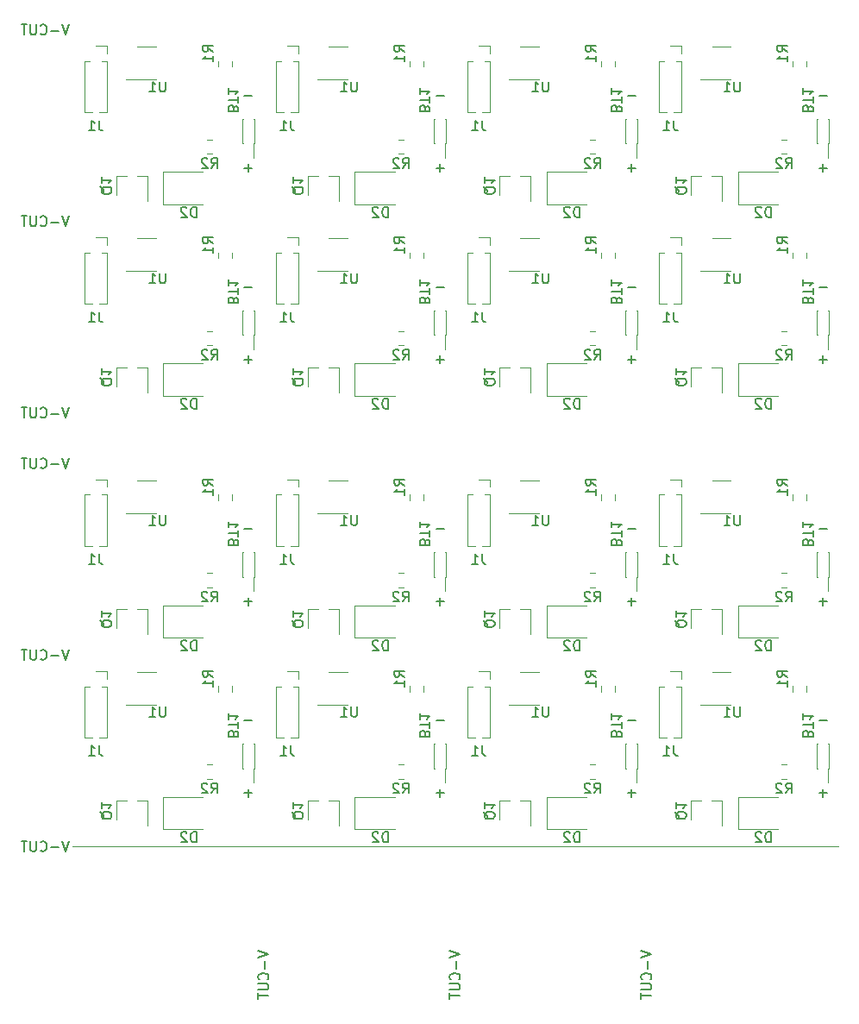
<source format=gbo>
%TF.GenerationSoftware,KiCad,Pcbnew,(5.1.6)-1*%
%TF.CreationDate,2021-05-22T18:41:59+09:00*%
%TF.ProjectId,TinyIR-Panel,54696e79-4952-42d5-9061-6e656c2e6b69,rev?*%
%TF.SameCoordinates,Original*%
%TF.FileFunction,Legend,Bot*%
%TF.FilePolarity,Positive*%
%FSLAX46Y46*%
G04 Gerber Fmt 4.6, Leading zero omitted, Abs format (unit mm)*
G04 Created by KiCad (PCBNEW (5.1.6)-1) date 2021-05-22 18:41:59*
%MOMM*%
%LPD*%
G01*
G04 APERTURE LIST*
%ADD10C,0.120000*%
%ADD11C,0.150000*%
%ADD12C,1.800000*%
%ADD13C,4.100000*%
%ADD14C,2.300000*%
%ADD15O,1.100000X1.100000*%
%ADD16R,1.100000X1.100000*%
%ADD17R,1.650000X2.300000*%
%ADD18R,2.600000X2.300000*%
%ADD19R,0.750000X2.100000*%
%ADD20R,0.600000X2.100000*%
%ADD21R,1.660000X0.750000*%
G04 APERTURE END LIST*
D10*
X159639000Y-139954000D02*
X84455000Y-139954000D01*
D11*
X84145142Y-59265380D02*
X83811809Y-60265380D01*
X83478476Y-59265380D01*
X83145142Y-59884428D02*
X82383238Y-59884428D01*
X81335619Y-60170142D02*
X81383238Y-60217761D01*
X81526095Y-60265380D01*
X81621333Y-60265380D01*
X81764190Y-60217761D01*
X81859428Y-60122523D01*
X81907047Y-60027285D01*
X81954666Y-59836809D01*
X81954666Y-59693952D01*
X81907047Y-59503476D01*
X81859428Y-59408238D01*
X81764190Y-59313000D01*
X81621333Y-59265380D01*
X81526095Y-59265380D01*
X81383238Y-59313000D01*
X81335619Y-59360619D01*
X80907047Y-59265380D02*
X80907047Y-60074904D01*
X80859428Y-60170142D01*
X80811809Y-60217761D01*
X80716571Y-60265380D01*
X80526095Y-60265380D01*
X80430857Y-60217761D01*
X80383238Y-60170142D01*
X80335619Y-60074904D01*
X80335619Y-59265380D01*
X80002285Y-59265380D02*
X79430857Y-59265380D01*
X79716571Y-60265380D02*
X79716571Y-59265380D01*
X84145142Y-78061380D02*
X83811809Y-79061380D01*
X83478476Y-78061380D01*
X83145142Y-78680428D02*
X82383238Y-78680428D01*
X81335619Y-78966142D02*
X81383238Y-79013761D01*
X81526095Y-79061380D01*
X81621333Y-79061380D01*
X81764190Y-79013761D01*
X81859428Y-78918523D01*
X81907047Y-78823285D01*
X81954666Y-78632809D01*
X81954666Y-78489952D01*
X81907047Y-78299476D01*
X81859428Y-78204238D01*
X81764190Y-78109000D01*
X81621333Y-78061380D01*
X81526095Y-78061380D01*
X81383238Y-78109000D01*
X81335619Y-78156619D01*
X80907047Y-78061380D02*
X80907047Y-78870904D01*
X80859428Y-78966142D01*
X80811809Y-79013761D01*
X80716571Y-79061380D01*
X80526095Y-79061380D01*
X80430857Y-79013761D01*
X80383238Y-78966142D01*
X80335619Y-78870904D01*
X80335619Y-78061380D01*
X80002285Y-78061380D02*
X79430857Y-78061380D01*
X79716571Y-79061380D02*
X79716571Y-78061380D01*
X84145142Y-96857380D02*
X83811809Y-97857380D01*
X83478476Y-96857380D01*
X83145142Y-97476428D02*
X82383238Y-97476428D01*
X81335619Y-97762142D02*
X81383238Y-97809761D01*
X81526095Y-97857380D01*
X81621333Y-97857380D01*
X81764190Y-97809761D01*
X81859428Y-97714523D01*
X81907047Y-97619285D01*
X81954666Y-97428809D01*
X81954666Y-97285952D01*
X81907047Y-97095476D01*
X81859428Y-97000238D01*
X81764190Y-96905000D01*
X81621333Y-96857380D01*
X81526095Y-96857380D01*
X81383238Y-96905000D01*
X81335619Y-96952619D01*
X80907047Y-96857380D02*
X80907047Y-97666904D01*
X80859428Y-97762142D01*
X80811809Y-97809761D01*
X80716571Y-97857380D01*
X80526095Y-97857380D01*
X80430857Y-97809761D01*
X80383238Y-97762142D01*
X80335619Y-97666904D01*
X80335619Y-96857380D01*
X80002285Y-96857380D02*
X79430857Y-96857380D01*
X79716571Y-97857380D02*
X79716571Y-96857380D01*
X84145142Y-101810380D02*
X83811809Y-102810380D01*
X83478476Y-101810380D01*
X83145142Y-102429428D02*
X82383238Y-102429428D01*
X81335619Y-102715142D02*
X81383238Y-102762761D01*
X81526095Y-102810380D01*
X81621333Y-102810380D01*
X81764190Y-102762761D01*
X81859428Y-102667523D01*
X81907047Y-102572285D01*
X81954666Y-102381809D01*
X81954666Y-102238952D01*
X81907047Y-102048476D01*
X81859428Y-101953238D01*
X81764190Y-101858000D01*
X81621333Y-101810380D01*
X81526095Y-101810380D01*
X81383238Y-101858000D01*
X81335619Y-101905619D01*
X80907047Y-101810380D02*
X80907047Y-102619904D01*
X80859428Y-102715142D01*
X80811809Y-102762761D01*
X80716571Y-102810380D01*
X80526095Y-102810380D01*
X80430857Y-102762761D01*
X80383238Y-102715142D01*
X80335619Y-102619904D01*
X80335619Y-101810380D01*
X80002285Y-101810380D02*
X79430857Y-101810380D01*
X79716571Y-102810380D02*
X79716571Y-101810380D01*
X84145142Y-120606380D02*
X83811809Y-121606380D01*
X83478476Y-120606380D01*
X83145142Y-121225428D02*
X82383238Y-121225428D01*
X81335619Y-121511142D02*
X81383238Y-121558761D01*
X81526095Y-121606380D01*
X81621333Y-121606380D01*
X81764190Y-121558761D01*
X81859428Y-121463523D01*
X81907047Y-121368285D01*
X81954666Y-121177809D01*
X81954666Y-121034952D01*
X81907047Y-120844476D01*
X81859428Y-120749238D01*
X81764190Y-120654000D01*
X81621333Y-120606380D01*
X81526095Y-120606380D01*
X81383238Y-120654000D01*
X81335619Y-120701619D01*
X80907047Y-120606380D02*
X80907047Y-121415904D01*
X80859428Y-121511142D01*
X80811809Y-121558761D01*
X80716571Y-121606380D01*
X80526095Y-121606380D01*
X80430857Y-121558761D01*
X80383238Y-121511142D01*
X80335619Y-121415904D01*
X80335619Y-120606380D01*
X80002285Y-120606380D02*
X79430857Y-120606380D01*
X79716571Y-121606380D02*
X79716571Y-120606380D01*
X84145142Y-139406380D02*
X83811809Y-140406380D01*
X83478476Y-139406380D01*
X83145142Y-140025428D02*
X82383238Y-140025428D01*
X81335619Y-140311142D02*
X81383238Y-140358761D01*
X81526095Y-140406380D01*
X81621333Y-140406380D01*
X81764190Y-140358761D01*
X81859428Y-140263523D01*
X81907047Y-140168285D01*
X81954666Y-139977809D01*
X81954666Y-139834952D01*
X81907047Y-139644476D01*
X81859428Y-139549238D01*
X81764190Y-139454000D01*
X81621333Y-139406380D01*
X81526095Y-139406380D01*
X81383238Y-139454000D01*
X81335619Y-139501619D01*
X80907047Y-139406380D02*
X80907047Y-140215904D01*
X80859428Y-140311142D01*
X80811809Y-140358761D01*
X80716571Y-140406380D01*
X80526095Y-140406380D01*
X80430857Y-140358761D01*
X80383238Y-140311142D01*
X80335619Y-140215904D01*
X80335619Y-139406380D01*
X80002285Y-139406380D02*
X79430857Y-139406380D01*
X79716571Y-140406380D02*
X79716571Y-139406380D01*
X140295380Y-150169857D02*
X141295380Y-150503190D01*
X140295380Y-150836523D01*
X140914428Y-151169857D02*
X140914428Y-151931761D01*
X141200142Y-152979380D02*
X141247761Y-152931761D01*
X141295380Y-152788904D01*
X141295380Y-152693666D01*
X141247761Y-152550809D01*
X141152523Y-152455571D01*
X141057285Y-152407952D01*
X140866809Y-152360333D01*
X140723952Y-152360333D01*
X140533476Y-152407952D01*
X140438238Y-152455571D01*
X140343000Y-152550809D01*
X140295380Y-152693666D01*
X140295380Y-152788904D01*
X140343000Y-152931761D01*
X140390619Y-152979380D01*
X140295380Y-153407952D02*
X141104904Y-153407952D01*
X141200142Y-153455571D01*
X141247761Y-153503190D01*
X141295380Y-153598428D01*
X141295380Y-153788904D01*
X141247761Y-153884142D01*
X141200142Y-153931761D01*
X141104904Y-153979380D01*
X140295380Y-153979380D01*
X140295380Y-154312714D02*
X140295380Y-154884142D01*
X141295380Y-154598428D02*
X140295380Y-154598428D01*
X121499380Y-150169857D02*
X122499380Y-150503190D01*
X121499380Y-150836523D01*
X122118428Y-151169857D02*
X122118428Y-151931761D01*
X122404142Y-152979380D02*
X122451761Y-152931761D01*
X122499380Y-152788904D01*
X122499380Y-152693666D01*
X122451761Y-152550809D01*
X122356523Y-152455571D01*
X122261285Y-152407952D01*
X122070809Y-152360333D01*
X121927952Y-152360333D01*
X121737476Y-152407952D01*
X121642238Y-152455571D01*
X121547000Y-152550809D01*
X121499380Y-152693666D01*
X121499380Y-152788904D01*
X121547000Y-152931761D01*
X121594619Y-152979380D01*
X121499380Y-153407952D02*
X122308904Y-153407952D01*
X122404142Y-153455571D01*
X122451761Y-153503190D01*
X122499380Y-153598428D01*
X122499380Y-153788904D01*
X122451761Y-153884142D01*
X122404142Y-153931761D01*
X122308904Y-153979380D01*
X121499380Y-153979380D01*
X121499380Y-154312714D02*
X121499380Y-154884142D01*
X122499380Y-154598428D02*
X121499380Y-154598428D01*
X102703380Y-150169857D02*
X103703380Y-150503190D01*
X102703380Y-150836523D01*
X103322428Y-151169857D02*
X103322428Y-151931761D01*
X103608142Y-152979380D02*
X103655761Y-152931761D01*
X103703380Y-152788904D01*
X103703380Y-152693666D01*
X103655761Y-152550809D01*
X103560523Y-152455571D01*
X103465285Y-152407952D01*
X103274809Y-152360333D01*
X103131952Y-152360333D01*
X102941476Y-152407952D01*
X102846238Y-152455571D01*
X102751000Y-152550809D01*
X102703380Y-152693666D01*
X102703380Y-152788904D01*
X102751000Y-152931761D01*
X102798619Y-152979380D01*
X102703380Y-153407952D02*
X103512904Y-153407952D01*
X103608142Y-153455571D01*
X103655761Y-153503190D01*
X103703380Y-153598428D01*
X103703380Y-153788904D01*
X103655761Y-153884142D01*
X103608142Y-153931761D01*
X103512904Y-153979380D01*
X102703380Y-153979380D01*
X102703380Y-154312714D02*
X102703380Y-154884142D01*
X103703380Y-154598428D02*
X102703380Y-154598428D01*
X158507952Y-127583428D02*
X157746047Y-127583428D01*
X139707952Y-115895428D02*
X138946047Y-115895428D01*
X139327000Y-116276380D02*
X139327000Y-115514476D01*
X102107952Y-108783428D02*
X101346047Y-108783428D01*
X120907952Y-115895428D02*
X120146047Y-115895428D01*
X120527000Y-116276380D02*
X120527000Y-115514476D01*
X158507952Y-134695428D02*
X157746047Y-134695428D01*
X158127000Y-135076380D02*
X158127000Y-134314476D01*
X139707952Y-134695428D02*
X138946047Y-134695428D01*
X139327000Y-135076380D02*
X139327000Y-134314476D01*
X102107952Y-134695428D02*
X101346047Y-134695428D01*
X101727000Y-135076380D02*
X101727000Y-134314476D01*
X139707952Y-108783428D02*
X138946047Y-108783428D01*
X120907952Y-108783428D02*
X120146047Y-108783428D01*
X158507952Y-115895428D02*
X157746047Y-115895428D01*
X158127000Y-116276380D02*
X158127000Y-115514476D01*
X120907952Y-134695428D02*
X120146047Y-134695428D01*
X120527000Y-135076380D02*
X120527000Y-134314476D01*
X102107952Y-115895428D02*
X101346047Y-115895428D01*
X101727000Y-116276380D02*
X101727000Y-115514476D01*
X158507952Y-108783428D02*
X157746047Y-108783428D01*
X102107952Y-127583428D02*
X101346047Y-127583428D01*
X139707952Y-127583428D02*
X138946047Y-127583428D01*
X120907952Y-127583428D02*
X120146047Y-127583428D01*
X158507952Y-85038428D02*
X157746047Y-85038428D01*
X139707952Y-85038428D02*
X138946047Y-85038428D01*
X120907952Y-85038428D02*
X120146047Y-85038428D01*
X102107952Y-85038428D02*
X101346047Y-85038428D01*
X158507952Y-66238428D02*
X157746047Y-66238428D01*
X139707952Y-66238428D02*
X138946047Y-66238428D01*
X120907952Y-66238428D02*
X120146047Y-66238428D01*
X158507952Y-92150428D02*
X157746047Y-92150428D01*
X158127000Y-92531380D02*
X158127000Y-91769476D01*
X139707952Y-92150428D02*
X138946047Y-92150428D01*
X139327000Y-92531380D02*
X139327000Y-91769476D01*
X120907952Y-92150428D02*
X120146047Y-92150428D01*
X120527000Y-92531380D02*
X120527000Y-91769476D01*
X102107952Y-92150428D02*
X101346047Y-92150428D01*
X101727000Y-92531380D02*
X101727000Y-91769476D01*
X158507952Y-73350428D02*
X157746047Y-73350428D01*
X158127000Y-73731380D02*
X158127000Y-72969476D01*
X139707952Y-73350428D02*
X138946047Y-73350428D01*
X139327000Y-73731380D02*
X139327000Y-72969476D01*
X120907952Y-73350428D02*
X120146047Y-73350428D01*
X120527000Y-73731380D02*
X120527000Y-72969476D01*
X102107952Y-73350428D02*
X101346047Y-73350428D01*
X101727000Y-73731380D02*
X101727000Y-72969476D01*
X102107952Y-66238428D02*
X101346047Y-66238428D01*
D10*
%TO.C,J1*%
X125451000Y-110423000D02*
X124648530Y-110423000D01*
X124033470Y-110423000D02*
X123231000Y-110423000D01*
X125451000Y-105408000D02*
X125451000Y-110423000D01*
X123231000Y-105408000D02*
X123231000Y-110423000D01*
X125451000Y-105408000D02*
X124904471Y-105408000D01*
X123777529Y-105408000D02*
X123231000Y-105408000D01*
X125451000Y-104648000D02*
X125451000Y-103888000D01*
X125451000Y-103888000D02*
X124341000Y-103888000D01*
X106651000Y-110423000D02*
X105848530Y-110423000D01*
X105233470Y-110423000D02*
X104431000Y-110423000D01*
X106651000Y-105408000D02*
X106651000Y-110423000D01*
X104431000Y-105408000D02*
X104431000Y-110423000D01*
X106651000Y-105408000D02*
X106104471Y-105408000D01*
X104977529Y-105408000D02*
X104431000Y-105408000D01*
X106651000Y-104648000D02*
X106651000Y-103888000D01*
X106651000Y-103888000D02*
X105541000Y-103888000D01*
X144251000Y-110423000D02*
X143448530Y-110423000D01*
X142833470Y-110423000D02*
X142031000Y-110423000D01*
X144251000Y-105408000D02*
X144251000Y-110423000D01*
X142031000Y-105408000D02*
X142031000Y-110423000D01*
X144251000Y-105408000D02*
X143704471Y-105408000D01*
X142577529Y-105408000D02*
X142031000Y-105408000D01*
X144251000Y-104648000D02*
X144251000Y-103888000D01*
X144251000Y-103888000D02*
X143141000Y-103888000D01*
%TO.C,R2*%
X97646748Y-133302000D02*
X98169252Y-133302000D01*
X97646748Y-131882000D02*
X98169252Y-131882000D01*
X154046748Y-114502000D02*
X154569252Y-114502000D01*
X154046748Y-113082000D02*
X154569252Y-113082000D01*
%TO.C,D2*%
X116085000Y-138256000D02*
X112185000Y-138256000D01*
X116085000Y-135056000D02*
X112185000Y-135056000D01*
X112185000Y-138256000D02*
X112185000Y-135056000D01*
%TO.C,Q1*%
X127397000Y-135452000D02*
X126347000Y-135452000D01*
X126347000Y-135452000D02*
X126347000Y-137302000D01*
X129397000Y-135452000D02*
X128397000Y-135452000D01*
X129407000Y-135472000D02*
X129407000Y-137902000D01*
%TO.C,R2*%
X135246748Y-114502000D02*
X135769252Y-114502000D01*
X135246748Y-113082000D02*
X135769252Y-113082000D01*
X116446748Y-133302000D02*
X116969252Y-133302000D01*
X116446748Y-131882000D02*
X116969252Y-131882000D01*
%TO.C,D2*%
X97285000Y-138256000D02*
X93385000Y-138256000D01*
X97285000Y-135056000D02*
X93385000Y-135056000D01*
X93385000Y-138256000D02*
X93385000Y-135056000D01*
X153685000Y-119456000D02*
X149785000Y-119456000D01*
X153685000Y-116256000D02*
X149785000Y-116256000D01*
X149785000Y-119456000D02*
X149785000Y-116256000D01*
X116085000Y-119456000D02*
X112185000Y-119456000D01*
X116085000Y-116256000D02*
X112185000Y-116256000D01*
X112185000Y-119456000D02*
X112185000Y-116256000D01*
%TO.C,R2*%
X135246748Y-133302000D02*
X135769252Y-133302000D01*
X135246748Y-131882000D02*
X135769252Y-131882000D01*
%TO.C,D2*%
X153685000Y-138256000D02*
X149785000Y-138256000D01*
X153685000Y-135056000D02*
X149785000Y-135056000D01*
X149785000Y-138256000D02*
X149785000Y-135056000D01*
%TO.C,R2*%
X154046748Y-133302000D02*
X154569252Y-133302000D01*
X154046748Y-131882000D02*
X154569252Y-131882000D01*
X116446748Y-114502000D02*
X116969252Y-114502000D01*
X116446748Y-113082000D02*
X116969252Y-113082000D01*
%TO.C,Q1*%
X146197000Y-135452000D02*
X145147000Y-135452000D01*
X145147000Y-135452000D02*
X145147000Y-137302000D01*
X148197000Y-135452000D02*
X147197000Y-135452000D01*
X148207000Y-135472000D02*
X148207000Y-137902000D01*
%TO.C,D2*%
X134885000Y-138256000D02*
X130985000Y-138256000D01*
X134885000Y-135056000D02*
X130985000Y-135056000D01*
X130985000Y-138256000D02*
X130985000Y-135056000D01*
X134885000Y-119456000D02*
X130985000Y-119456000D01*
X134885000Y-116256000D02*
X130985000Y-116256000D01*
X130985000Y-119456000D02*
X130985000Y-116256000D01*
X93385000Y-119456000D02*
X93385000Y-116256000D01*
X97285000Y-116256000D02*
X93385000Y-116256000D01*
X97285000Y-119456000D02*
X93385000Y-119456000D01*
%TO.C,R2*%
X97646748Y-113082000D02*
X98169252Y-113082000D01*
X97646748Y-114502000D02*
X98169252Y-114502000D01*
%TO.C,Q1*%
X91807000Y-116672000D02*
X91807000Y-119102000D01*
X91797000Y-116652000D02*
X90797000Y-116652000D01*
X88747000Y-116652000D02*
X88747000Y-118502000D01*
X89797000Y-116652000D02*
X88747000Y-116652000D01*
%TO.C,BT1*%
X101217000Y-111058000D02*
X101167000Y-111058000D01*
X101217000Y-113478000D02*
X101167000Y-113478000D01*
X102287000Y-111058000D02*
X102237000Y-111058000D01*
X102287000Y-113478000D02*
X102237000Y-113478000D01*
X102237000Y-114858000D02*
X102237000Y-113478000D01*
X101167000Y-113478000D02*
X101167000Y-111058000D01*
X102287000Y-113478000D02*
X102287000Y-111058000D01*
%TO.C,J1*%
X87851000Y-103888000D02*
X86741000Y-103888000D01*
X87851000Y-104648000D02*
X87851000Y-103888000D01*
X86177529Y-105408000D02*
X85631000Y-105408000D01*
X87851000Y-105408000D02*
X87304471Y-105408000D01*
X85631000Y-105408000D02*
X85631000Y-110423000D01*
X87851000Y-105408000D02*
X87851000Y-110423000D01*
X86433470Y-110423000D02*
X85631000Y-110423000D01*
X87851000Y-110423000D02*
X87048530Y-110423000D01*
%TO.C,U1*%
X92641000Y-107208000D02*
X89691000Y-107208000D01*
X90841000Y-103988000D02*
X92641000Y-103988000D01*
%TO.C,R1*%
X98731000Y-105402748D02*
X98731000Y-105925252D01*
X100151000Y-105402748D02*
X100151000Y-105925252D01*
%TO.C,U1*%
X147241000Y-103988000D02*
X149041000Y-103988000D01*
X149041000Y-107208000D02*
X146091000Y-107208000D01*
%TO.C,R1*%
X118951000Y-105402748D02*
X118951000Y-105925252D01*
X117531000Y-105402748D02*
X117531000Y-105925252D01*
%TO.C,U1*%
X128441000Y-122788000D02*
X130241000Y-122788000D01*
X130241000Y-126008000D02*
X127291000Y-126008000D01*
X109641000Y-122788000D02*
X111441000Y-122788000D01*
X111441000Y-126008000D02*
X108491000Y-126008000D01*
X90841000Y-122788000D02*
X92641000Y-122788000D01*
X92641000Y-126008000D02*
X89691000Y-126008000D01*
X128441000Y-103988000D02*
X130241000Y-103988000D01*
X130241000Y-107208000D02*
X127291000Y-107208000D01*
X109641000Y-103988000D02*
X111441000Y-103988000D01*
X111441000Y-107208000D02*
X108491000Y-107208000D01*
%TO.C,R1*%
X156551000Y-105402748D02*
X156551000Y-105925252D01*
X155131000Y-105402748D02*
X155131000Y-105925252D01*
X156551000Y-124202748D02*
X156551000Y-124725252D01*
X155131000Y-124202748D02*
X155131000Y-124725252D01*
X118951000Y-124202748D02*
X118951000Y-124725252D01*
X117531000Y-124202748D02*
X117531000Y-124725252D01*
X100151000Y-124202748D02*
X100151000Y-124725252D01*
X98731000Y-124202748D02*
X98731000Y-124725252D01*
X137751000Y-105402748D02*
X137751000Y-105925252D01*
X136331000Y-105402748D02*
X136331000Y-105925252D01*
X137751000Y-124202748D02*
X137751000Y-124725252D01*
X136331000Y-124202748D02*
X136331000Y-124725252D01*
%TO.C,U1*%
X147241000Y-122788000D02*
X149041000Y-122788000D01*
X149041000Y-126008000D02*
X146091000Y-126008000D01*
%TO.C,Q1*%
X108597000Y-135452000D02*
X107547000Y-135452000D01*
X107547000Y-135452000D02*
X107547000Y-137302000D01*
X110597000Y-135452000D02*
X109597000Y-135452000D01*
X110607000Y-135472000D02*
X110607000Y-137902000D01*
%TO.C,BT1*%
X158687000Y-132278000D02*
X158687000Y-129858000D01*
X157567000Y-132278000D02*
X157567000Y-129858000D01*
X158637000Y-133658000D02*
X158637000Y-132278000D01*
X158687000Y-132278000D02*
X158637000Y-132278000D01*
X158687000Y-129858000D02*
X158637000Y-129858000D01*
X157617000Y-132278000D02*
X157567000Y-132278000D01*
X157617000Y-129858000D02*
X157567000Y-129858000D01*
X158687000Y-113478000D02*
X158687000Y-111058000D01*
X157567000Y-113478000D02*
X157567000Y-111058000D01*
X158637000Y-114858000D02*
X158637000Y-113478000D01*
X158687000Y-113478000D02*
X158637000Y-113478000D01*
X158687000Y-111058000D02*
X158637000Y-111058000D01*
X157617000Y-113478000D02*
X157567000Y-113478000D01*
X157617000Y-111058000D02*
X157567000Y-111058000D01*
%TO.C,J1*%
X144251000Y-129223000D02*
X143448530Y-129223000D01*
X142833470Y-129223000D02*
X142031000Y-129223000D01*
X144251000Y-124208000D02*
X144251000Y-129223000D01*
X142031000Y-124208000D02*
X142031000Y-129223000D01*
X144251000Y-124208000D02*
X143704471Y-124208000D01*
X142577529Y-124208000D02*
X142031000Y-124208000D01*
X144251000Y-123448000D02*
X144251000Y-122688000D01*
X144251000Y-122688000D02*
X143141000Y-122688000D01*
X106651000Y-129223000D02*
X105848530Y-129223000D01*
X105233470Y-129223000D02*
X104431000Y-129223000D01*
X106651000Y-124208000D02*
X106651000Y-129223000D01*
X104431000Y-124208000D02*
X104431000Y-129223000D01*
X106651000Y-124208000D02*
X106104471Y-124208000D01*
X104977529Y-124208000D02*
X104431000Y-124208000D01*
X106651000Y-123448000D02*
X106651000Y-122688000D01*
X106651000Y-122688000D02*
X105541000Y-122688000D01*
%TO.C,BT1*%
X121087000Y-132278000D02*
X121087000Y-129858000D01*
X119967000Y-132278000D02*
X119967000Y-129858000D01*
X121037000Y-133658000D02*
X121037000Y-132278000D01*
X121087000Y-132278000D02*
X121037000Y-132278000D01*
X121087000Y-129858000D02*
X121037000Y-129858000D01*
X120017000Y-132278000D02*
X119967000Y-132278000D01*
X120017000Y-129858000D02*
X119967000Y-129858000D01*
%TO.C,Q1*%
X89797000Y-135452000D02*
X88747000Y-135452000D01*
X88747000Y-135452000D02*
X88747000Y-137302000D01*
X91797000Y-135452000D02*
X90797000Y-135452000D01*
X91807000Y-135472000D02*
X91807000Y-137902000D01*
X146197000Y-116652000D02*
X145147000Y-116652000D01*
X145147000Y-116652000D02*
X145147000Y-118502000D01*
X148197000Y-116652000D02*
X147197000Y-116652000D01*
X148207000Y-116672000D02*
X148207000Y-119102000D01*
X127397000Y-116652000D02*
X126347000Y-116652000D01*
X126347000Y-116652000D02*
X126347000Y-118502000D01*
X129397000Y-116652000D02*
X128397000Y-116652000D01*
X129407000Y-116672000D02*
X129407000Y-119102000D01*
%TO.C,BT1*%
X139887000Y-132278000D02*
X139887000Y-129858000D01*
X138767000Y-132278000D02*
X138767000Y-129858000D01*
X139837000Y-133658000D02*
X139837000Y-132278000D01*
X139887000Y-132278000D02*
X139837000Y-132278000D01*
X139887000Y-129858000D02*
X139837000Y-129858000D01*
X138817000Y-132278000D02*
X138767000Y-132278000D01*
X138817000Y-129858000D02*
X138767000Y-129858000D01*
%TO.C,J1*%
X125451000Y-129223000D02*
X124648530Y-129223000D01*
X124033470Y-129223000D02*
X123231000Y-129223000D01*
X125451000Y-124208000D02*
X125451000Y-129223000D01*
X123231000Y-124208000D02*
X123231000Y-129223000D01*
X125451000Y-124208000D02*
X124904471Y-124208000D01*
X123777529Y-124208000D02*
X123231000Y-124208000D01*
X125451000Y-123448000D02*
X125451000Y-122688000D01*
X125451000Y-122688000D02*
X124341000Y-122688000D01*
%TO.C,BT1*%
X102287000Y-132278000D02*
X102287000Y-129858000D01*
X101167000Y-132278000D02*
X101167000Y-129858000D01*
X102237000Y-133658000D02*
X102237000Y-132278000D01*
X102287000Y-132278000D02*
X102237000Y-132278000D01*
X102287000Y-129858000D02*
X102237000Y-129858000D01*
X101217000Y-132278000D02*
X101167000Y-132278000D01*
X101217000Y-129858000D02*
X101167000Y-129858000D01*
%TO.C,J1*%
X87851000Y-129223000D02*
X87048530Y-129223000D01*
X86433470Y-129223000D02*
X85631000Y-129223000D01*
X87851000Y-124208000D02*
X87851000Y-129223000D01*
X85631000Y-124208000D02*
X85631000Y-129223000D01*
X87851000Y-124208000D02*
X87304471Y-124208000D01*
X86177529Y-124208000D02*
X85631000Y-124208000D01*
X87851000Y-123448000D02*
X87851000Y-122688000D01*
X87851000Y-122688000D02*
X86741000Y-122688000D01*
%TO.C,Q1*%
X108597000Y-116652000D02*
X107547000Y-116652000D01*
X107547000Y-116652000D02*
X107547000Y-118502000D01*
X110597000Y-116652000D02*
X109597000Y-116652000D01*
X110607000Y-116672000D02*
X110607000Y-119102000D01*
%TO.C,BT1*%
X139887000Y-113478000D02*
X139887000Y-111058000D01*
X138767000Y-113478000D02*
X138767000Y-111058000D01*
X139837000Y-114858000D02*
X139837000Y-113478000D01*
X139887000Y-113478000D02*
X139837000Y-113478000D01*
X139887000Y-111058000D02*
X139837000Y-111058000D01*
X138817000Y-113478000D02*
X138767000Y-113478000D01*
X138817000Y-111058000D02*
X138767000Y-111058000D01*
X121087000Y-113478000D02*
X121087000Y-111058000D01*
X119967000Y-113478000D02*
X119967000Y-111058000D01*
X121037000Y-114858000D02*
X121037000Y-113478000D01*
X121087000Y-113478000D02*
X121037000Y-113478000D01*
X121087000Y-111058000D02*
X121037000Y-111058000D01*
X120017000Y-113478000D02*
X119967000Y-113478000D01*
X120017000Y-111058000D02*
X119967000Y-111058000D01*
%TO.C,D2*%
X153685000Y-95711000D02*
X149785000Y-95711000D01*
X153685000Y-92511000D02*
X149785000Y-92511000D01*
X149785000Y-95711000D02*
X149785000Y-92511000D01*
X134885000Y-95711000D02*
X130985000Y-95711000D01*
X134885000Y-92511000D02*
X130985000Y-92511000D01*
X130985000Y-95711000D02*
X130985000Y-92511000D01*
X116085000Y-95711000D02*
X112185000Y-95711000D01*
X116085000Y-92511000D02*
X112185000Y-92511000D01*
X112185000Y-95711000D02*
X112185000Y-92511000D01*
X97285000Y-95711000D02*
X93385000Y-95711000D01*
X97285000Y-92511000D02*
X93385000Y-92511000D01*
X93385000Y-95711000D02*
X93385000Y-92511000D01*
X153685000Y-76911000D02*
X149785000Y-76911000D01*
X153685000Y-73711000D02*
X149785000Y-73711000D01*
X149785000Y-76911000D02*
X149785000Y-73711000D01*
X134885000Y-76911000D02*
X130985000Y-76911000D01*
X134885000Y-73711000D02*
X130985000Y-73711000D01*
X130985000Y-76911000D02*
X130985000Y-73711000D01*
X116085000Y-76911000D02*
X112185000Y-76911000D01*
X116085000Y-73711000D02*
X112185000Y-73711000D01*
X112185000Y-76911000D02*
X112185000Y-73711000D01*
%TO.C,R2*%
X154046748Y-90757000D02*
X154569252Y-90757000D01*
X154046748Y-89337000D02*
X154569252Y-89337000D01*
X135246748Y-90757000D02*
X135769252Y-90757000D01*
X135246748Y-89337000D02*
X135769252Y-89337000D01*
X116446748Y-90757000D02*
X116969252Y-90757000D01*
X116446748Y-89337000D02*
X116969252Y-89337000D01*
X97646748Y-90757000D02*
X98169252Y-90757000D01*
X97646748Y-89337000D02*
X98169252Y-89337000D01*
X154046748Y-71957000D02*
X154569252Y-71957000D01*
X154046748Y-70537000D02*
X154569252Y-70537000D01*
X135246748Y-71957000D02*
X135769252Y-71957000D01*
X135246748Y-70537000D02*
X135769252Y-70537000D01*
X116446748Y-71957000D02*
X116969252Y-71957000D01*
X116446748Y-70537000D02*
X116969252Y-70537000D01*
%TO.C,Q1*%
X146197000Y-92907000D02*
X145147000Y-92907000D01*
X145147000Y-92907000D02*
X145147000Y-94757000D01*
X148197000Y-92907000D02*
X147197000Y-92907000D01*
X148207000Y-92927000D02*
X148207000Y-95357000D01*
X127397000Y-92907000D02*
X126347000Y-92907000D01*
X126347000Y-92907000D02*
X126347000Y-94757000D01*
X129397000Y-92907000D02*
X128397000Y-92907000D01*
X129407000Y-92927000D02*
X129407000Y-95357000D01*
X108597000Y-92907000D02*
X107547000Y-92907000D01*
X107547000Y-92907000D02*
X107547000Y-94757000D01*
X110597000Y-92907000D02*
X109597000Y-92907000D01*
X110607000Y-92927000D02*
X110607000Y-95357000D01*
X89797000Y-92907000D02*
X88747000Y-92907000D01*
X88747000Y-92907000D02*
X88747000Y-94757000D01*
X91797000Y-92907000D02*
X90797000Y-92907000D01*
X91807000Y-92927000D02*
X91807000Y-95357000D01*
X146197000Y-74107000D02*
X145147000Y-74107000D01*
X145147000Y-74107000D02*
X145147000Y-75957000D01*
X148197000Y-74107000D02*
X147197000Y-74107000D01*
X148207000Y-74127000D02*
X148207000Y-76557000D01*
X127397000Y-74107000D02*
X126347000Y-74107000D01*
X126347000Y-74107000D02*
X126347000Y-75957000D01*
X129397000Y-74107000D02*
X128397000Y-74107000D01*
X129407000Y-74127000D02*
X129407000Y-76557000D01*
X108597000Y-74107000D02*
X107547000Y-74107000D01*
X107547000Y-74107000D02*
X107547000Y-75957000D01*
X110597000Y-74107000D02*
X109597000Y-74107000D01*
X110607000Y-74127000D02*
X110607000Y-76557000D01*
%TO.C,BT1*%
X158687000Y-89733000D02*
X158687000Y-87313000D01*
X157567000Y-89733000D02*
X157567000Y-87313000D01*
X158637000Y-91113000D02*
X158637000Y-89733000D01*
X158687000Y-89733000D02*
X158637000Y-89733000D01*
X158687000Y-87313000D02*
X158637000Y-87313000D01*
X157617000Y-89733000D02*
X157567000Y-89733000D01*
X157617000Y-87313000D02*
X157567000Y-87313000D01*
X139887000Y-89733000D02*
X139887000Y-87313000D01*
X138767000Y-89733000D02*
X138767000Y-87313000D01*
X139837000Y-91113000D02*
X139837000Y-89733000D01*
X139887000Y-89733000D02*
X139837000Y-89733000D01*
X139887000Y-87313000D02*
X139837000Y-87313000D01*
X138817000Y-89733000D02*
X138767000Y-89733000D01*
X138817000Y-87313000D02*
X138767000Y-87313000D01*
X121087000Y-89733000D02*
X121087000Y-87313000D01*
X119967000Y-89733000D02*
X119967000Y-87313000D01*
X121037000Y-91113000D02*
X121037000Y-89733000D01*
X121087000Y-89733000D02*
X121037000Y-89733000D01*
X121087000Y-87313000D02*
X121037000Y-87313000D01*
X120017000Y-89733000D02*
X119967000Y-89733000D01*
X120017000Y-87313000D02*
X119967000Y-87313000D01*
X102287000Y-89733000D02*
X102287000Y-87313000D01*
X101167000Y-89733000D02*
X101167000Y-87313000D01*
X102237000Y-91113000D02*
X102237000Y-89733000D01*
X102287000Y-89733000D02*
X102237000Y-89733000D01*
X102287000Y-87313000D02*
X102237000Y-87313000D01*
X101217000Y-89733000D02*
X101167000Y-89733000D01*
X101217000Y-87313000D02*
X101167000Y-87313000D01*
X158687000Y-70933000D02*
X158687000Y-68513000D01*
X157567000Y-70933000D02*
X157567000Y-68513000D01*
X158637000Y-72313000D02*
X158637000Y-70933000D01*
X158687000Y-70933000D02*
X158637000Y-70933000D01*
X158687000Y-68513000D02*
X158637000Y-68513000D01*
X157617000Y-70933000D02*
X157567000Y-70933000D01*
X157617000Y-68513000D02*
X157567000Y-68513000D01*
X139887000Y-70933000D02*
X139887000Y-68513000D01*
X138767000Y-70933000D02*
X138767000Y-68513000D01*
X139837000Y-72313000D02*
X139837000Y-70933000D01*
X139887000Y-70933000D02*
X139837000Y-70933000D01*
X139887000Y-68513000D02*
X139837000Y-68513000D01*
X138817000Y-70933000D02*
X138767000Y-70933000D01*
X138817000Y-68513000D02*
X138767000Y-68513000D01*
X121087000Y-70933000D02*
X121087000Y-68513000D01*
X119967000Y-70933000D02*
X119967000Y-68513000D01*
X121037000Y-72313000D02*
X121037000Y-70933000D01*
X121087000Y-70933000D02*
X121037000Y-70933000D01*
X121087000Y-68513000D02*
X121037000Y-68513000D01*
X120017000Y-70933000D02*
X119967000Y-70933000D01*
X120017000Y-68513000D02*
X119967000Y-68513000D01*
%TO.C,J1*%
X144251000Y-86678000D02*
X143448530Y-86678000D01*
X142833470Y-86678000D02*
X142031000Y-86678000D01*
X144251000Y-81663000D02*
X144251000Y-86678000D01*
X142031000Y-81663000D02*
X142031000Y-86678000D01*
X144251000Y-81663000D02*
X143704471Y-81663000D01*
X142577529Y-81663000D02*
X142031000Y-81663000D01*
X144251000Y-80903000D02*
X144251000Y-80143000D01*
X144251000Y-80143000D02*
X143141000Y-80143000D01*
X125451000Y-86678000D02*
X124648530Y-86678000D01*
X124033470Y-86678000D02*
X123231000Y-86678000D01*
X125451000Y-81663000D02*
X125451000Y-86678000D01*
X123231000Y-81663000D02*
X123231000Y-86678000D01*
X125451000Y-81663000D02*
X124904471Y-81663000D01*
X123777529Y-81663000D02*
X123231000Y-81663000D01*
X125451000Y-80903000D02*
X125451000Y-80143000D01*
X125451000Y-80143000D02*
X124341000Y-80143000D01*
X106651000Y-86678000D02*
X105848530Y-86678000D01*
X105233470Y-86678000D02*
X104431000Y-86678000D01*
X106651000Y-81663000D02*
X106651000Y-86678000D01*
X104431000Y-81663000D02*
X104431000Y-86678000D01*
X106651000Y-81663000D02*
X106104471Y-81663000D01*
X104977529Y-81663000D02*
X104431000Y-81663000D01*
X106651000Y-80903000D02*
X106651000Y-80143000D01*
X106651000Y-80143000D02*
X105541000Y-80143000D01*
X87851000Y-86678000D02*
X87048530Y-86678000D01*
X86433470Y-86678000D02*
X85631000Y-86678000D01*
X87851000Y-81663000D02*
X87851000Y-86678000D01*
X85631000Y-81663000D02*
X85631000Y-86678000D01*
X87851000Y-81663000D02*
X87304471Y-81663000D01*
X86177529Y-81663000D02*
X85631000Y-81663000D01*
X87851000Y-80903000D02*
X87851000Y-80143000D01*
X87851000Y-80143000D02*
X86741000Y-80143000D01*
X144251000Y-67878000D02*
X143448530Y-67878000D01*
X142833470Y-67878000D02*
X142031000Y-67878000D01*
X144251000Y-62863000D02*
X144251000Y-67878000D01*
X142031000Y-62863000D02*
X142031000Y-67878000D01*
X144251000Y-62863000D02*
X143704471Y-62863000D01*
X142577529Y-62863000D02*
X142031000Y-62863000D01*
X144251000Y-62103000D02*
X144251000Y-61343000D01*
X144251000Y-61343000D02*
X143141000Y-61343000D01*
X125451000Y-67878000D02*
X124648530Y-67878000D01*
X124033470Y-67878000D02*
X123231000Y-67878000D01*
X125451000Y-62863000D02*
X125451000Y-67878000D01*
X123231000Y-62863000D02*
X123231000Y-67878000D01*
X125451000Y-62863000D02*
X124904471Y-62863000D01*
X123777529Y-62863000D02*
X123231000Y-62863000D01*
X125451000Y-62103000D02*
X125451000Y-61343000D01*
X125451000Y-61343000D02*
X124341000Y-61343000D01*
X106651000Y-67878000D02*
X105848530Y-67878000D01*
X105233470Y-67878000D02*
X104431000Y-67878000D01*
X106651000Y-62863000D02*
X106651000Y-67878000D01*
X104431000Y-62863000D02*
X104431000Y-67878000D01*
X106651000Y-62863000D02*
X106104471Y-62863000D01*
X104977529Y-62863000D02*
X104431000Y-62863000D01*
X106651000Y-62103000D02*
X106651000Y-61343000D01*
X106651000Y-61343000D02*
X105541000Y-61343000D01*
%TO.C,U1*%
X147241000Y-80243000D02*
X149041000Y-80243000D01*
X149041000Y-83463000D02*
X146091000Y-83463000D01*
X128441000Y-80243000D02*
X130241000Y-80243000D01*
X130241000Y-83463000D02*
X127291000Y-83463000D01*
X109641000Y-80243000D02*
X111441000Y-80243000D01*
X111441000Y-83463000D02*
X108491000Y-83463000D01*
X90841000Y-80243000D02*
X92641000Y-80243000D01*
X92641000Y-83463000D02*
X89691000Y-83463000D01*
X147241000Y-61443000D02*
X149041000Y-61443000D01*
X149041000Y-64663000D02*
X146091000Y-64663000D01*
X128441000Y-61443000D02*
X130241000Y-61443000D01*
X130241000Y-64663000D02*
X127291000Y-64663000D01*
X109641000Y-61443000D02*
X111441000Y-61443000D01*
X111441000Y-64663000D02*
X108491000Y-64663000D01*
%TO.C,R1*%
X156551000Y-81657748D02*
X156551000Y-82180252D01*
X155131000Y-81657748D02*
X155131000Y-82180252D01*
X137751000Y-81657748D02*
X137751000Y-82180252D01*
X136331000Y-81657748D02*
X136331000Y-82180252D01*
X118951000Y-81657748D02*
X118951000Y-82180252D01*
X117531000Y-81657748D02*
X117531000Y-82180252D01*
X100151000Y-81657748D02*
X100151000Y-82180252D01*
X98731000Y-81657748D02*
X98731000Y-82180252D01*
X156551000Y-62857748D02*
X156551000Y-63380252D01*
X155131000Y-62857748D02*
X155131000Y-63380252D01*
X137751000Y-62857748D02*
X137751000Y-63380252D01*
X136331000Y-62857748D02*
X136331000Y-63380252D01*
X118951000Y-62857748D02*
X118951000Y-63380252D01*
X117531000Y-62857748D02*
X117531000Y-63380252D01*
%TO.C,Q1*%
X91807000Y-74127000D02*
X91807000Y-76557000D01*
X91797000Y-74107000D02*
X90797000Y-74107000D01*
X88747000Y-74107000D02*
X88747000Y-75957000D01*
X89797000Y-74107000D02*
X88747000Y-74107000D01*
%TO.C,U1*%
X92641000Y-64663000D02*
X89691000Y-64663000D01*
X90841000Y-61443000D02*
X92641000Y-61443000D01*
%TO.C,BT1*%
X101217000Y-68513000D02*
X101167000Y-68513000D01*
X101217000Y-70933000D02*
X101167000Y-70933000D01*
X102287000Y-68513000D02*
X102237000Y-68513000D01*
X102287000Y-70933000D02*
X102237000Y-70933000D01*
X102237000Y-72313000D02*
X102237000Y-70933000D01*
X101167000Y-70933000D02*
X101167000Y-68513000D01*
X102287000Y-70933000D02*
X102287000Y-68513000D01*
%TO.C,J1*%
X87851000Y-61343000D02*
X86741000Y-61343000D01*
X87851000Y-62103000D02*
X87851000Y-61343000D01*
X86177529Y-62863000D02*
X85631000Y-62863000D01*
X87851000Y-62863000D02*
X87304471Y-62863000D01*
X85631000Y-62863000D02*
X85631000Y-67878000D01*
X87851000Y-62863000D02*
X87851000Y-67878000D01*
X86433470Y-67878000D02*
X85631000Y-67878000D01*
X87851000Y-67878000D02*
X87048530Y-67878000D01*
%TO.C,R1*%
X98731000Y-62857748D02*
X98731000Y-63380252D01*
X100151000Y-62857748D02*
X100151000Y-63380252D01*
%TO.C,D2*%
X93385000Y-76911000D02*
X93385000Y-73711000D01*
X97285000Y-73711000D02*
X93385000Y-73711000D01*
X97285000Y-76911000D02*
X93385000Y-76911000D01*
%TO.C,R2*%
X97646748Y-70537000D02*
X98169252Y-70537000D01*
X97646748Y-71957000D02*
X98169252Y-71957000D01*
%TO.C,J1*%
D11*
X124674333Y-111212380D02*
X124674333Y-111926666D01*
X124721952Y-112069523D01*
X124817190Y-112164761D01*
X124960047Y-112212380D01*
X125055285Y-112212380D01*
X123674333Y-112212380D02*
X124245761Y-112212380D01*
X123960047Y-112212380D02*
X123960047Y-111212380D01*
X124055285Y-111355238D01*
X124150523Y-111450476D01*
X124245761Y-111498095D01*
X105874333Y-111212380D02*
X105874333Y-111926666D01*
X105921952Y-112069523D01*
X106017190Y-112164761D01*
X106160047Y-112212380D01*
X106255285Y-112212380D01*
X104874333Y-112212380D02*
X105445761Y-112212380D01*
X105160047Y-112212380D02*
X105160047Y-111212380D01*
X105255285Y-111355238D01*
X105350523Y-111450476D01*
X105445761Y-111498095D01*
X143474333Y-111212380D02*
X143474333Y-111926666D01*
X143521952Y-112069523D01*
X143617190Y-112164761D01*
X143760047Y-112212380D01*
X143855285Y-112212380D01*
X142474333Y-112212380D02*
X143045761Y-112212380D01*
X142760047Y-112212380D02*
X142760047Y-111212380D01*
X142855285Y-111355238D01*
X142950523Y-111450476D01*
X143045761Y-111498095D01*
%TO.C,R2*%
X98074666Y-134694380D02*
X98408000Y-134218190D01*
X98646095Y-134694380D02*
X98646095Y-133694380D01*
X98265142Y-133694380D01*
X98169904Y-133742000D01*
X98122285Y-133789619D01*
X98074666Y-133884857D01*
X98074666Y-134027714D01*
X98122285Y-134122952D01*
X98169904Y-134170571D01*
X98265142Y-134218190D01*
X98646095Y-134218190D01*
X97693714Y-133789619D02*
X97646095Y-133742000D01*
X97550857Y-133694380D01*
X97312761Y-133694380D01*
X97217523Y-133742000D01*
X97169904Y-133789619D01*
X97122285Y-133884857D01*
X97122285Y-133980095D01*
X97169904Y-134122952D01*
X97741333Y-134694380D01*
X97122285Y-134694380D01*
X154474666Y-115894380D02*
X154808000Y-115418190D01*
X155046095Y-115894380D02*
X155046095Y-114894380D01*
X154665142Y-114894380D01*
X154569904Y-114942000D01*
X154522285Y-114989619D01*
X154474666Y-115084857D01*
X154474666Y-115227714D01*
X154522285Y-115322952D01*
X154569904Y-115370571D01*
X154665142Y-115418190D01*
X155046095Y-115418190D01*
X154093714Y-114989619D02*
X154046095Y-114942000D01*
X153950857Y-114894380D01*
X153712761Y-114894380D01*
X153617523Y-114942000D01*
X153569904Y-114989619D01*
X153522285Y-115084857D01*
X153522285Y-115180095D01*
X153569904Y-115322952D01*
X154141333Y-115894380D01*
X153522285Y-115894380D01*
%TO.C,D2*%
X115423095Y-139508380D02*
X115423095Y-138508380D01*
X115185000Y-138508380D01*
X115042142Y-138556000D01*
X114946904Y-138651238D01*
X114899285Y-138746476D01*
X114851666Y-138936952D01*
X114851666Y-139079809D01*
X114899285Y-139270285D01*
X114946904Y-139365523D01*
X115042142Y-139460761D01*
X115185000Y-139508380D01*
X115423095Y-139508380D01*
X114470714Y-138603619D02*
X114423095Y-138556000D01*
X114327857Y-138508380D01*
X114089761Y-138508380D01*
X113994523Y-138556000D01*
X113946904Y-138603619D01*
X113899285Y-138698857D01*
X113899285Y-138794095D01*
X113946904Y-138936952D01*
X114518333Y-139508380D01*
X113899285Y-139508380D01*
%TO.C,Q1*%
X124809380Y-136497238D02*
X124857000Y-136592476D01*
X124952238Y-136687714D01*
X125095095Y-136830571D01*
X125142714Y-136925809D01*
X125142714Y-137021047D01*
X124904619Y-136973428D02*
X124952238Y-137068666D01*
X125047476Y-137163904D01*
X125237952Y-137211523D01*
X125571285Y-137211523D01*
X125761761Y-137163904D01*
X125857000Y-137068666D01*
X125904619Y-136973428D01*
X125904619Y-136782952D01*
X125857000Y-136687714D01*
X125761761Y-136592476D01*
X125571285Y-136544857D01*
X125237952Y-136544857D01*
X125047476Y-136592476D01*
X124952238Y-136687714D01*
X124904619Y-136782952D01*
X124904619Y-136973428D01*
X124904619Y-135592476D02*
X124904619Y-136163904D01*
X124904619Y-135878190D02*
X125904619Y-135878190D01*
X125761761Y-135973428D01*
X125666523Y-136068666D01*
X125618904Y-136163904D01*
%TO.C,R2*%
X135674666Y-115894380D02*
X136008000Y-115418190D01*
X136246095Y-115894380D02*
X136246095Y-114894380D01*
X135865142Y-114894380D01*
X135769904Y-114942000D01*
X135722285Y-114989619D01*
X135674666Y-115084857D01*
X135674666Y-115227714D01*
X135722285Y-115322952D01*
X135769904Y-115370571D01*
X135865142Y-115418190D01*
X136246095Y-115418190D01*
X135293714Y-114989619D02*
X135246095Y-114942000D01*
X135150857Y-114894380D01*
X134912761Y-114894380D01*
X134817523Y-114942000D01*
X134769904Y-114989619D01*
X134722285Y-115084857D01*
X134722285Y-115180095D01*
X134769904Y-115322952D01*
X135341333Y-115894380D01*
X134722285Y-115894380D01*
X116874666Y-134694380D02*
X117208000Y-134218190D01*
X117446095Y-134694380D02*
X117446095Y-133694380D01*
X117065142Y-133694380D01*
X116969904Y-133742000D01*
X116922285Y-133789619D01*
X116874666Y-133884857D01*
X116874666Y-134027714D01*
X116922285Y-134122952D01*
X116969904Y-134170571D01*
X117065142Y-134218190D01*
X117446095Y-134218190D01*
X116493714Y-133789619D02*
X116446095Y-133742000D01*
X116350857Y-133694380D01*
X116112761Y-133694380D01*
X116017523Y-133742000D01*
X115969904Y-133789619D01*
X115922285Y-133884857D01*
X115922285Y-133980095D01*
X115969904Y-134122952D01*
X116541333Y-134694380D01*
X115922285Y-134694380D01*
%TO.C,D2*%
X96623095Y-139508380D02*
X96623095Y-138508380D01*
X96385000Y-138508380D01*
X96242142Y-138556000D01*
X96146904Y-138651238D01*
X96099285Y-138746476D01*
X96051666Y-138936952D01*
X96051666Y-139079809D01*
X96099285Y-139270285D01*
X96146904Y-139365523D01*
X96242142Y-139460761D01*
X96385000Y-139508380D01*
X96623095Y-139508380D01*
X95670714Y-138603619D02*
X95623095Y-138556000D01*
X95527857Y-138508380D01*
X95289761Y-138508380D01*
X95194523Y-138556000D01*
X95146904Y-138603619D01*
X95099285Y-138698857D01*
X95099285Y-138794095D01*
X95146904Y-138936952D01*
X95718333Y-139508380D01*
X95099285Y-139508380D01*
X153023095Y-120708380D02*
X153023095Y-119708380D01*
X152785000Y-119708380D01*
X152642142Y-119756000D01*
X152546904Y-119851238D01*
X152499285Y-119946476D01*
X152451666Y-120136952D01*
X152451666Y-120279809D01*
X152499285Y-120470285D01*
X152546904Y-120565523D01*
X152642142Y-120660761D01*
X152785000Y-120708380D01*
X153023095Y-120708380D01*
X152070714Y-119803619D02*
X152023095Y-119756000D01*
X151927857Y-119708380D01*
X151689761Y-119708380D01*
X151594523Y-119756000D01*
X151546904Y-119803619D01*
X151499285Y-119898857D01*
X151499285Y-119994095D01*
X151546904Y-120136952D01*
X152118333Y-120708380D01*
X151499285Y-120708380D01*
X115423095Y-120708380D02*
X115423095Y-119708380D01*
X115185000Y-119708380D01*
X115042142Y-119756000D01*
X114946904Y-119851238D01*
X114899285Y-119946476D01*
X114851666Y-120136952D01*
X114851666Y-120279809D01*
X114899285Y-120470285D01*
X114946904Y-120565523D01*
X115042142Y-120660761D01*
X115185000Y-120708380D01*
X115423095Y-120708380D01*
X114470714Y-119803619D02*
X114423095Y-119756000D01*
X114327857Y-119708380D01*
X114089761Y-119708380D01*
X113994523Y-119756000D01*
X113946904Y-119803619D01*
X113899285Y-119898857D01*
X113899285Y-119994095D01*
X113946904Y-120136952D01*
X114518333Y-120708380D01*
X113899285Y-120708380D01*
%TO.C,R2*%
X135674666Y-134694380D02*
X136008000Y-134218190D01*
X136246095Y-134694380D02*
X136246095Y-133694380D01*
X135865142Y-133694380D01*
X135769904Y-133742000D01*
X135722285Y-133789619D01*
X135674666Y-133884857D01*
X135674666Y-134027714D01*
X135722285Y-134122952D01*
X135769904Y-134170571D01*
X135865142Y-134218190D01*
X136246095Y-134218190D01*
X135293714Y-133789619D02*
X135246095Y-133742000D01*
X135150857Y-133694380D01*
X134912761Y-133694380D01*
X134817523Y-133742000D01*
X134769904Y-133789619D01*
X134722285Y-133884857D01*
X134722285Y-133980095D01*
X134769904Y-134122952D01*
X135341333Y-134694380D01*
X134722285Y-134694380D01*
%TO.C,D2*%
X153023095Y-139508380D02*
X153023095Y-138508380D01*
X152785000Y-138508380D01*
X152642142Y-138556000D01*
X152546904Y-138651238D01*
X152499285Y-138746476D01*
X152451666Y-138936952D01*
X152451666Y-139079809D01*
X152499285Y-139270285D01*
X152546904Y-139365523D01*
X152642142Y-139460761D01*
X152785000Y-139508380D01*
X153023095Y-139508380D01*
X152070714Y-138603619D02*
X152023095Y-138556000D01*
X151927857Y-138508380D01*
X151689761Y-138508380D01*
X151594523Y-138556000D01*
X151546904Y-138603619D01*
X151499285Y-138698857D01*
X151499285Y-138794095D01*
X151546904Y-138936952D01*
X152118333Y-139508380D01*
X151499285Y-139508380D01*
%TO.C,R2*%
X154474666Y-134694380D02*
X154808000Y-134218190D01*
X155046095Y-134694380D02*
X155046095Y-133694380D01*
X154665142Y-133694380D01*
X154569904Y-133742000D01*
X154522285Y-133789619D01*
X154474666Y-133884857D01*
X154474666Y-134027714D01*
X154522285Y-134122952D01*
X154569904Y-134170571D01*
X154665142Y-134218190D01*
X155046095Y-134218190D01*
X154093714Y-133789619D02*
X154046095Y-133742000D01*
X153950857Y-133694380D01*
X153712761Y-133694380D01*
X153617523Y-133742000D01*
X153569904Y-133789619D01*
X153522285Y-133884857D01*
X153522285Y-133980095D01*
X153569904Y-134122952D01*
X154141333Y-134694380D01*
X153522285Y-134694380D01*
X116874666Y-115894380D02*
X117208000Y-115418190D01*
X117446095Y-115894380D02*
X117446095Y-114894380D01*
X117065142Y-114894380D01*
X116969904Y-114942000D01*
X116922285Y-114989619D01*
X116874666Y-115084857D01*
X116874666Y-115227714D01*
X116922285Y-115322952D01*
X116969904Y-115370571D01*
X117065142Y-115418190D01*
X117446095Y-115418190D01*
X116493714Y-114989619D02*
X116446095Y-114942000D01*
X116350857Y-114894380D01*
X116112761Y-114894380D01*
X116017523Y-114942000D01*
X115969904Y-114989619D01*
X115922285Y-115084857D01*
X115922285Y-115180095D01*
X115969904Y-115322952D01*
X116541333Y-115894380D01*
X115922285Y-115894380D01*
%TO.C,Q1*%
X143609380Y-136497238D02*
X143657000Y-136592476D01*
X143752238Y-136687714D01*
X143895095Y-136830571D01*
X143942714Y-136925809D01*
X143942714Y-137021047D01*
X143704619Y-136973428D02*
X143752238Y-137068666D01*
X143847476Y-137163904D01*
X144037952Y-137211523D01*
X144371285Y-137211523D01*
X144561761Y-137163904D01*
X144657000Y-137068666D01*
X144704619Y-136973428D01*
X144704619Y-136782952D01*
X144657000Y-136687714D01*
X144561761Y-136592476D01*
X144371285Y-136544857D01*
X144037952Y-136544857D01*
X143847476Y-136592476D01*
X143752238Y-136687714D01*
X143704619Y-136782952D01*
X143704619Y-136973428D01*
X143704619Y-135592476D02*
X143704619Y-136163904D01*
X143704619Y-135878190D02*
X144704619Y-135878190D01*
X144561761Y-135973428D01*
X144466523Y-136068666D01*
X144418904Y-136163904D01*
%TO.C,D2*%
X134223095Y-139508380D02*
X134223095Y-138508380D01*
X133985000Y-138508380D01*
X133842142Y-138556000D01*
X133746904Y-138651238D01*
X133699285Y-138746476D01*
X133651666Y-138936952D01*
X133651666Y-139079809D01*
X133699285Y-139270285D01*
X133746904Y-139365523D01*
X133842142Y-139460761D01*
X133985000Y-139508380D01*
X134223095Y-139508380D01*
X133270714Y-138603619D02*
X133223095Y-138556000D01*
X133127857Y-138508380D01*
X132889761Y-138508380D01*
X132794523Y-138556000D01*
X132746904Y-138603619D01*
X132699285Y-138698857D01*
X132699285Y-138794095D01*
X132746904Y-138936952D01*
X133318333Y-139508380D01*
X132699285Y-139508380D01*
X134223095Y-120708380D02*
X134223095Y-119708380D01*
X133985000Y-119708380D01*
X133842142Y-119756000D01*
X133746904Y-119851238D01*
X133699285Y-119946476D01*
X133651666Y-120136952D01*
X133651666Y-120279809D01*
X133699285Y-120470285D01*
X133746904Y-120565523D01*
X133842142Y-120660761D01*
X133985000Y-120708380D01*
X134223095Y-120708380D01*
X133270714Y-119803619D02*
X133223095Y-119756000D01*
X133127857Y-119708380D01*
X132889761Y-119708380D01*
X132794523Y-119756000D01*
X132746904Y-119803619D01*
X132699285Y-119898857D01*
X132699285Y-119994095D01*
X132746904Y-120136952D01*
X133318333Y-120708380D01*
X132699285Y-120708380D01*
X96623095Y-120708380D02*
X96623095Y-119708380D01*
X96385000Y-119708380D01*
X96242142Y-119756000D01*
X96146904Y-119851238D01*
X96099285Y-119946476D01*
X96051666Y-120136952D01*
X96051666Y-120279809D01*
X96099285Y-120470285D01*
X96146904Y-120565523D01*
X96242142Y-120660761D01*
X96385000Y-120708380D01*
X96623095Y-120708380D01*
X95670714Y-119803619D02*
X95623095Y-119756000D01*
X95527857Y-119708380D01*
X95289761Y-119708380D01*
X95194523Y-119756000D01*
X95146904Y-119803619D01*
X95099285Y-119898857D01*
X95099285Y-119994095D01*
X95146904Y-120136952D01*
X95718333Y-120708380D01*
X95099285Y-120708380D01*
%TO.C,R2*%
X98074666Y-115894380D02*
X98408000Y-115418190D01*
X98646095Y-115894380D02*
X98646095Y-114894380D01*
X98265142Y-114894380D01*
X98169904Y-114942000D01*
X98122285Y-114989619D01*
X98074666Y-115084857D01*
X98074666Y-115227714D01*
X98122285Y-115322952D01*
X98169904Y-115370571D01*
X98265142Y-115418190D01*
X98646095Y-115418190D01*
X97693714Y-114989619D02*
X97646095Y-114942000D01*
X97550857Y-114894380D01*
X97312761Y-114894380D01*
X97217523Y-114942000D01*
X97169904Y-114989619D01*
X97122285Y-115084857D01*
X97122285Y-115180095D01*
X97169904Y-115322952D01*
X97741333Y-115894380D01*
X97122285Y-115894380D01*
%TO.C,Q1*%
X87209380Y-117697238D02*
X87257000Y-117792476D01*
X87352238Y-117887714D01*
X87495095Y-118030571D01*
X87542714Y-118125809D01*
X87542714Y-118221047D01*
X87304619Y-118173428D02*
X87352238Y-118268666D01*
X87447476Y-118363904D01*
X87637952Y-118411523D01*
X87971285Y-118411523D01*
X88161761Y-118363904D01*
X88257000Y-118268666D01*
X88304619Y-118173428D01*
X88304619Y-117982952D01*
X88257000Y-117887714D01*
X88161761Y-117792476D01*
X87971285Y-117744857D01*
X87637952Y-117744857D01*
X87447476Y-117792476D01*
X87352238Y-117887714D01*
X87304619Y-117982952D01*
X87304619Y-118173428D01*
X87304619Y-116792476D02*
X87304619Y-117363904D01*
X87304619Y-117078190D02*
X88304619Y-117078190D01*
X88161761Y-117173428D01*
X88066523Y-117268666D01*
X88018904Y-117363904D01*
%TO.C,BT1*%
X100274428Y-110005714D02*
X100226809Y-109862857D01*
X100179190Y-109815238D01*
X100083952Y-109767619D01*
X99941095Y-109767619D01*
X99845857Y-109815238D01*
X99798238Y-109862857D01*
X99750619Y-109958095D01*
X99750619Y-110339047D01*
X100750619Y-110339047D01*
X100750619Y-110005714D01*
X100703000Y-109910476D01*
X100655380Y-109862857D01*
X100560142Y-109815238D01*
X100464904Y-109815238D01*
X100369666Y-109862857D01*
X100322047Y-109910476D01*
X100274428Y-110005714D01*
X100274428Y-110339047D01*
X100750619Y-109481904D02*
X100750619Y-108910476D01*
X99750619Y-109196190D02*
X100750619Y-109196190D01*
X99750619Y-108053333D02*
X99750619Y-108624761D01*
X99750619Y-108339047D02*
X100750619Y-108339047D01*
X100607761Y-108434285D01*
X100512523Y-108529523D01*
X100464904Y-108624761D01*
%TO.C,J1*%
X87074333Y-111212380D02*
X87074333Y-111926666D01*
X87121952Y-112069523D01*
X87217190Y-112164761D01*
X87360047Y-112212380D01*
X87455285Y-112212380D01*
X86074333Y-112212380D02*
X86645761Y-112212380D01*
X86360047Y-112212380D02*
X86360047Y-111212380D01*
X86455285Y-111355238D01*
X86550523Y-111450476D01*
X86645761Y-111498095D01*
%TO.C,U1*%
X93598904Y-107402380D02*
X93598904Y-108211904D01*
X93551285Y-108307142D01*
X93503666Y-108354761D01*
X93408428Y-108402380D01*
X93217952Y-108402380D01*
X93122714Y-108354761D01*
X93075095Y-108307142D01*
X93027476Y-108211904D01*
X93027476Y-107402380D01*
X92027476Y-108402380D02*
X92598904Y-108402380D01*
X92313190Y-108402380D02*
X92313190Y-107402380D01*
X92408428Y-107545238D01*
X92503666Y-107640476D01*
X92598904Y-107688095D01*
%TO.C,R1*%
X98243380Y-104481333D02*
X97767190Y-104148000D01*
X98243380Y-103909904D02*
X97243380Y-103909904D01*
X97243380Y-104290857D01*
X97291000Y-104386095D01*
X97338619Y-104433714D01*
X97433857Y-104481333D01*
X97576714Y-104481333D01*
X97671952Y-104433714D01*
X97719571Y-104386095D01*
X97767190Y-104290857D01*
X97767190Y-103909904D01*
X98243380Y-105433714D02*
X98243380Y-104862285D01*
X98243380Y-105148000D02*
X97243380Y-105148000D01*
X97386238Y-105052761D01*
X97481476Y-104957523D01*
X97529095Y-104862285D01*
%TO.C,U1*%
X149998904Y-107402380D02*
X149998904Y-108211904D01*
X149951285Y-108307142D01*
X149903666Y-108354761D01*
X149808428Y-108402380D01*
X149617952Y-108402380D01*
X149522714Y-108354761D01*
X149475095Y-108307142D01*
X149427476Y-108211904D01*
X149427476Y-107402380D01*
X148427476Y-108402380D02*
X148998904Y-108402380D01*
X148713190Y-108402380D02*
X148713190Y-107402380D01*
X148808428Y-107545238D01*
X148903666Y-107640476D01*
X148998904Y-107688095D01*
%TO.C,R1*%
X117043380Y-104481333D02*
X116567190Y-104148000D01*
X117043380Y-103909904D02*
X116043380Y-103909904D01*
X116043380Y-104290857D01*
X116091000Y-104386095D01*
X116138619Y-104433714D01*
X116233857Y-104481333D01*
X116376714Y-104481333D01*
X116471952Y-104433714D01*
X116519571Y-104386095D01*
X116567190Y-104290857D01*
X116567190Y-103909904D01*
X117043380Y-105433714D02*
X117043380Y-104862285D01*
X117043380Y-105148000D02*
X116043380Y-105148000D01*
X116186238Y-105052761D01*
X116281476Y-104957523D01*
X116329095Y-104862285D01*
%TO.C,U1*%
X131198904Y-126202380D02*
X131198904Y-127011904D01*
X131151285Y-127107142D01*
X131103666Y-127154761D01*
X131008428Y-127202380D01*
X130817952Y-127202380D01*
X130722714Y-127154761D01*
X130675095Y-127107142D01*
X130627476Y-127011904D01*
X130627476Y-126202380D01*
X129627476Y-127202380D02*
X130198904Y-127202380D01*
X129913190Y-127202380D02*
X129913190Y-126202380D01*
X130008428Y-126345238D01*
X130103666Y-126440476D01*
X130198904Y-126488095D01*
X112398904Y-126202380D02*
X112398904Y-127011904D01*
X112351285Y-127107142D01*
X112303666Y-127154761D01*
X112208428Y-127202380D01*
X112017952Y-127202380D01*
X111922714Y-127154761D01*
X111875095Y-127107142D01*
X111827476Y-127011904D01*
X111827476Y-126202380D01*
X110827476Y-127202380D02*
X111398904Y-127202380D01*
X111113190Y-127202380D02*
X111113190Y-126202380D01*
X111208428Y-126345238D01*
X111303666Y-126440476D01*
X111398904Y-126488095D01*
X93598904Y-126202380D02*
X93598904Y-127011904D01*
X93551285Y-127107142D01*
X93503666Y-127154761D01*
X93408428Y-127202380D01*
X93217952Y-127202380D01*
X93122714Y-127154761D01*
X93075095Y-127107142D01*
X93027476Y-127011904D01*
X93027476Y-126202380D01*
X92027476Y-127202380D02*
X92598904Y-127202380D01*
X92313190Y-127202380D02*
X92313190Y-126202380D01*
X92408428Y-126345238D01*
X92503666Y-126440476D01*
X92598904Y-126488095D01*
X131198904Y-107402380D02*
X131198904Y-108211904D01*
X131151285Y-108307142D01*
X131103666Y-108354761D01*
X131008428Y-108402380D01*
X130817952Y-108402380D01*
X130722714Y-108354761D01*
X130675095Y-108307142D01*
X130627476Y-108211904D01*
X130627476Y-107402380D01*
X129627476Y-108402380D02*
X130198904Y-108402380D01*
X129913190Y-108402380D02*
X129913190Y-107402380D01*
X130008428Y-107545238D01*
X130103666Y-107640476D01*
X130198904Y-107688095D01*
X112398904Y-107402380D02*
X112398904Y-108211904D01*
X112351285Y-108307142D01*
X112303666Y-108354761D01*
X112208428Y-108402380D01*
X112017952Y-108402380D01*
X111922714Y-108354761D01*
X111875095Y-108307142D01*
X111827476Y-108211904D01*
X111827476Y-107402380D01*
X110827476Y-108402380D02*
X111398904Y-108402380D01*
X111113190Y-108402380D02*
X111113190Y-107402380D01*
X111208428Y-107545238D01*
X111303666Y-107640476D01*
X111398904Y-107688095D01*
%TO.C,R1*%
X154643380Y-104481333D02*
X154167190Y-104148000D01*
X154643380Y-103909904D02*
X153643380Y-103909904D01*
X153643380Y-104290857D01*
X153691000Y-104386095D01*
X153738619Y-104433714D01*
X153833857Y-104481333D01*
X153976714Y-104481333D01*
X154071952Y-104433714D01*
X154119571Y-104386095D01*
X154167190Y-104290857D01*
X154167190Y-103909904D01*
X154643380Y-105433714D02*
X154643380Y-104862285D01*
X154643380Y-105148000D02*
X153643380Y-105148000D01*
X153786238Y-105052761D01*
X153881476Y-104957523D01*
X153929095Y-104862285D01*
X154643380Y-123281333D02*
X154167190Y-122948000D01*
X154643380Y-122709904D02*
X153643380Y-122709904D01*
X153643380Y-123090857D01*
X153691000Y-123186095D01*
X153738619Y-123233714D01*
X153833857Y-123281333D01*
X153976714Y-123281333D01*
X154071952Y-123233714D01*
X154119571Y-123186095D01*
X154167190Y-123090857D01*
X154167190Y-122709904D01*
X154643380Y-124233714D02*
X154643380Y-123662285D01*
X154643380Y-123948000D02*
X153643380Y-123948000D01*
X153786238Y-123852761D01*
X153881476Y-123757523D01*
X153929095Y-123662285D01*
X117043380Y-123281333D02*
X116567190Y-122948000D01*
X117043380Y-122709904D02*
X116043380Y-122709904D01*
X116043380Y-123090857D01*
X116091000Y-123186095D01*
X116138619Y-123233714D01*
X116233857Y-123281333D01*
X116376714Y-123281333D01*
X116471952Y-123233714D01*
X116519571Y-123186095D01*
X116567190Y-123090857D01*
X116567190Y-122709904D01*
X117043380Y-124233714D02*
X117043380Y-123662285D01*
X117043380Y-123948000D02*
X116043380Y-123948000D01*
X116186238Y-123852761D01*
X116281476Y-123757523D01*
X116329095Y-123662285D01*
X98243380Y-123281333D02*
X97767190Y-122948000D01*
X98243380Y-122709904D02*
X97243380Y-122709904D01*
X97243380Y-123090857D01*
X97291000Y-123186095D01*
X97338619Y-123233714D01*
X97433857Y-123281333D01*
X97576714Y-123281333D01*
X97671952Y-123233714D01*
X97719571Y-123186095D01*
X97767190Y-123090857D01*
X97767190Y-122709904D01*
X98243380Y-124233714D02*
X98243380Y-123662285D01*
X98243380Y-123948000D02*
X97243380Y-123948000D01*
X97386238Y-123852761D01*
X97481476Y-123757523D01*
X97529095Y-123662285D01*
X135843380Y-104481333D02*
X135367190Y-104148000D01*
X135843380Y-103909904D02*
X134843380Y-103909904D01*
X134843380Y-104290857D01*
X134891000Y-104386095D01*
X134938619Y-104433714D01*
X135033857Y-104481333D01*
X135176714Y-104481333D01*
X135271952Y-104433714D01*
X135319571Y-104386095D01*
X135367190Y-104290857D01*
X135367190Y-103909904D01*
X135843380Y-105433714D02*
X135843380Y-104862285D01*
X135843380Y-105148000D02*
X134843380Y-105148000D01*
X134986238Y-105052761D01*
X135081476Y-104957523D01*
X135129095Y-104862285D01*
X135843380Y-123281333D02*
X135367190Y-122948000D01*
X135843380Y-122709904D02*
X134843380Y-122709904D01*
X134843380Y-123090857D01*
X134891000Y-123186095D01*
X134938619Y-123233714D01*
X135033857Y-123281333D01*
X135176714Y-123281333D01*
X135271952Y-123233714D01*
X135319571Y-123186095D01*
X135367190Y-123090857D01*
X135367190Y-122709904D01*
X135843380Y-124233714D02*
X135843380Y-123662285D01*
X135843380Y-123948000D02*
X134843380Y-123948000D01*
X134986238Y-123852761D01*
X135081476Y-123757523D01*
X135129095Y-123662285D01*
%TO.C,U1*%
X149998904Y-126202380D02*
X149998904Y-127011904D01*
X149951285Y-127107142D01*
X149903666Y-127154761D01*
X149808428Y-127202380D01*
X149617952Y-127202380D01*
X149522714Y-127154761D01*
X149475095Y-127107142D01*
X149427476Y-127011904D01*
X149427476Y-126202380D01*
X148427476Y-127202380D02*
X148998904Y-127202380D01*
X148713190Y-127202380D02*
X148713190Y-126202380D01*
X148808428Y-126345238D01*
X148903666Y-126440476D01*
X148998904Y-126488095D01*
%TO.C,Q1*%
X106009380Y-136497238D02*
X106057000Y-136592476D01*
X106152238Y-136687714D01*
X106295095Y-136830571D01*
X106342714Y-136925809D01*
X106342714Y-137021047D01*
X106104619Y-136973428D02*
X106152238Y-137068666D01*
X106247476Y-137163904D01*
X106437952Y-137211523D01*
X106771285Y-137211523D01*
X106961761Y-137163904D01*
X107057000Y-137068666D01*
X107104619Y-136973428D01*
X107104619Y-136782952D01*
X107057000Y-136687714D01*
X106961761Y-136592476D01*
X106771285Y-136544857D01*
X106437952Y-136544857D01*
X106247476Y-136592476D01*
X106152238Y-136687714D01*
X106104619Y-136782952D01*
X106104619Y-136973428D01*
X106104619Y-135592476D02*
X106104619Y-136163904D01*
X106104619Y-135878190D02*
X107104619Y-135878190D01*
X106961761Y-135973428D01*
X106866523Y-136068666D01*
X106818904Y-136163904D01*
%TO.C,BT1*%
X156674428Y-128805714D02*
X156626809Y-128662857D01*
X156579190Y-128615238D01*
X156483952Y-128567619D01*
X156341095Y-128567619D01*
X156245857Y-128615238D01*
X156198238Y-128662857D01*
X156150619Y-128758095D01*
X156150619Y-129139047D01*
X157150619Y-129139047D01*
X157150619Y-128805714D01*
X157103000Y-128710476D01*
X157055380Y-128662857D01*
X156960142Y-128615238D01*
X156864904Y-128615238D01*
X156769666Y-128662857D01*
X156722047Y-128710476D01*
X156674428Y-128805714D01*
X156674428Y-129139047D01*
X157150619Y-128281904D02*
X157150619Y-127710476D01*
X156150619Y-127996190D02*
X157150619Y-127996190D01*
X156150619Y-126853333D02*
X156150619Y-127424761D01*
X156150619Y-127139047D02*
X157150619Y-127139047D01*
X157007761Y-127234285D01*
X156912523Y-127329523D01*
X156864904Y-127424761D01*
X156674428Y-110005714D02*
X156626809Y-109862857D01*
X156579190Y-109815238D01*
X156483952Y-109767619D01*
X156341095Y-109767619D01*
X156245857Y-109815238D01*
X156198238Y-109862857D01*
X156150619Y-109958095D01*
X156150619Y-110339047D01*
X157150619Y-110339047D01*
X157150619Y-110005714D01*
X157103000Y-109910476D01*
X157055380Y-109862857D01*
X156960142Y-109815238D01*
X156864904Y-109815238D01*
X156769666Y-109862857D01*
X156722047Y-109910476D01*
X156674428Y-110005714D01*
X156674428Y-110339047D01*
X157150619Y-109481904D02*
X157150619Y-108910476D01*
X156150619Y-109196190D02*
X157150619Y-109196190D01*
X156150619Y-108053333D02*
X156150619Y-108624761D01*
X156150619Y-108339047D02*
X157150619Y-108339047D01*
X157007761Y-108434285D01*
X156912523Y-108529523D01*
X156864904Y-108624761D01*
%TO.C,J1*%
X143474333Y-130012380D02*
X143474333Y-130726666D01*
X143521952Y-130869523D01*
X143617190Y-130964761D01*
X143760047Y-131012380D01*
X143855285Y-131012380D01*
X142474333Y-131012380D02*
X143045761Y-131012380D01*
X142760047Y-131012380D02*
X142760047Y-130012380D01*
X142855285Y-130155238D01*
X142950523Y-130250476D01*
X143045761Y-130298095D01*
X105874333Y-130012380D02*
X105874333Y-130726666D01*
X105921952Y-130869523D01*
X106017190Y-130964761D01*
X106160047Y-131012380D01*
X106255285Y-131012380D01*
X104874333Y-131012380D02*
X105445761Y-131012380D01*
X105160047Y-131012380D02*
X105160047Y-130012380D01*
X105255285Y-130155238D01*
X105350523Y-130250476D01*
X105445761Y-130298095D01*
%TO.C,BT1*%
X119074428Y-128805714D02*
X119026809Y-128662857D01*
X118979190Y-128615238D01*
X118883952Y-128567619D01*
X118741095Y-128567619D01*
X118645857Y-128615238D01*
X118598238Y-128662857D01*
X118550619Y-128758095D01*
X118550619Y-129139047D01*
X119550619Y-129139047D01*
X119550619Y-128805714D01*
X119503000Y-128710476D01*
X119455380Y-128662857D01*
X119360142Y-128615238D01*
X119264904Y-128615238D01*
X119169666Y-128662857D01*
X119122047Y-128710476D01*
X119074428Y-128805714D01*
X119074428Y-129139047D01*
X119550619Y-128281904D02*
X119550619Y-127710476D01*
X118550619Y-127996190D02*
X119550619Y-127996190D01*
X118550619Y-126853333D02*
X118550619Y-127424761D01*
X118550619Y-127139047D02*
X119550619Y-127139047D01*
X119407761Y-127234285D01*
X119312523Y-127329523D01*
X119264904Y-127424761D01*
%TO.C,Q1*%
X87209380Y-136497238D02*
X87257000Y-136592476D01*
X87352238Y-136687714D01*
X87495095Y-136830571D01*
X87542714Y-136925809D01*
X87542714Y-137021047D01*
X87304619Y-136973428D02*
X87352238Y-137068666D01*
X87447476Y-137163904D01*
X87637952Y-137211523D01*
X87971285Y-137211523D01*
X88161761Y-137163904D01*
X88257000Y-137068666D01*
X88304619Y-136973428D01*
X88304619Y-136782952D01*
X88257000Y-136687714D01*
X88161761Y-136592476D01*
X87971285Y-136544857D01*
X87637952Y-136544857D01*
X87447476Y-136592476D01*
X87352238Y-136687714D01*
X87304619Y-136782952D01*
X87304619Y-136973428D01*
X87304619Y-135592476D02*
X87304619Y-136163904D01*
X87304619Y-135878190D02*
X88304619Y-135878190D01*
X88161761Y-135973428D01*
X88066523Y-136068666D01*
X88018904Y-136163904D01*
X143609380Y-117697238D02*
X143657000Y-117792476D01*
X143752238Y-117887714D01*
X143895095Y-118030571D01*
X143942714Y-118125809D01*
X143942714Y-118221047D01*
X143704619Y-118173428D02*
X143752238Y-118268666D01*
X143847476Y-118363904D01*
X144037952Y-118411523D01*
X144371285Y-118411523D01*
X144561761Y-118363904D01*
X144657000Y-118268666D01*
X144704619Y-118173428D01*
X144704619Y-117982952D01*
X144657000Y-117887714D01*
X144561761Y-117792476D01*
X144371285Y-117744857D01*
X144037952Y-117744857D01*
X143847476Y-117792476D01*
X143752238Y-117887714D01*
X143704619Y-117982952D01*
X143704619Y-118173428D01*
X143704619Y-116792476D02*
X143704619Y-117363904D01*
X143704619Y-117078190D02*
X144704619Y-117078190D01*
X144561761Y-117173428D01*
X144466523Y-117268666D01*
X144418904Y-117363904D01*
X124809380Y-117697238D02*
X124857000Y-117792476D01*
X124952238Y-117887714D01*
X125095095Y-118030571D01*
X125142714Y-118125809D01*
X125142714Y-118221047D01*
X124904619Y-118173428D02*
X124952238Y-118268666D01*
X125047476Y-118363904D01*
X125237952Y-118411523D01*
X125571285Y-118411523D01*
X125761761Y-118363904D01*
X125857000Y-118268666D01*
X125904619Y-118173428D01*
X125904619Y-117982952D01*
X125857000Y-117887714D01*
X125761761Y-117792476D01*
X125571285Y-117744857D01*
X125237952Y-117744857D01*
X125047476Y-117792476D01*
X124952238Y-117887714D01*
X124904619Y-117982952D01*
X124904619Y-118173428D01*
X124904619Y-116792476D02*
X124904619Y-117363904D01*
X124904619Y-117078190D02*
X125904619Y-117078190D01*
X125761761Y-117173428D01*
X125666523Y-117268666D01*
X125618904Y-117363904D01*
%TO.C,BT1*%
X137874428Y-128805714D02*
X137826809Y-128662857D01*
X137779190Y-128615238D01*
X137683952Y-128567619D01*
X137541095Y-128567619D01*
X137445857Y-128615238D01*
X137398238Y-128662857D01*
X137350619Y-128758095D01*
X137350619Y-129139047D01*
X138350619Y-129139047D01*
X138350619Y-128805714D01*
X138303000Y-128710476D01*
X138255380Y-128662857D01*
X138160142Y-128615238D01*
X138064904Y-128615238D01*
X137969666Y-128662857D01*
X137922047Y-128710476D01*
X137874428Y-128805714D01*
X137874428Y-129139047D01*
X138350619Y-128281904D02*
X138350619Y-127710476D01*
X137350619Y-127996190D02*
X138350619Y-127996190D01*
X137350619Y-126853333D02*
X137350619Y-127424761D01*
X137350619Y-127139047D02*
X138350619Y-127139047D01*
X138207761Y-127234285D01*
X138112523Y-127329523D01*
X138064904Y-127424761D01*
%TO.C,J1*%
X124674333Y-130012380D02*
X124674333Y-130726666D01*
X124721952Y-130869523D01*
X124817190Y-130964761D01*
X124960047Y-131012380D01*
X125055285Y-131012380D01*
X123674333Y-131012380D02*
X124245761Y-131012380D01*
X123960047Y-131012380D02*
X123960047Y-130012380D01*
X124055285Y-130155238D01*
X124150523Y-130250476D01*
X124245761Y-130298095D01*
%TO.C,BT1*%
X100274428Y-128805714D02*
X100226809Y-128662857D01*
X100179190Y-128615238D01*
X100083952Y-128567619D01*
X99941095Y-128567619D01*
X99845857Y-128615238D01*
X99798238Y-128662857D01*
X99750619Y-128758095D01*
X99750619Y-129139047D01*
X100750619Y-129139047D01*
X100750619Y-128805714D01*
X100703000Y-128710476D01*
X100655380Y-128662857D01*
X100560142Y-128615238D01*
X100464904Y-128615238D01*
X100369666Y-128662857D01*
X100322047Y-128710476D01*
X100274428Y-128805714D01*
X100274428Y-129139047D01*
X100750619Y-128281904D02*
X100750619Y-127710476D01*
X99750619Y-127996190D02*
X100750619Y-127996190D01*
X99750619Y-126853333D02*
X99750619Y-127424761D01*
X99750619Y-127139047D02*
X100750619Y-127139047D01*
X100607761Y-127234285D01*
X100512523Y-127329523D01*
X100464904Y-127424761D01*
%TO.C,J1*%
X87074333Y-130012380D02*
X87074333Y-130726666D01*
X87121952Y-130869523D01*
X87217190Y-130964761D01*
X87360047Y-131012380D01*
X87455285Y-131012380D01*
X86074333Y-131012380D02*
X86645761Y-131012380D01*
X86360047Y-131012380D02*
X86360047Y-130012380D01*
X86455285Y-130155238D01*
X86550523Y-130250476D01*
X86645761Y-130298095D01*
%TO.C,Q1*%
X106009380Y-117697238D02*
X106057000Y-117792476D01*
X106152238Y-117887714D01*
X106295095Y-118030571D01*
X106342714Y-118125809D01*
X106342714Y-118221047D01*
X106104619Y-118173428D02*
X106152238Y-118268666D01*
X106247476Y-118363904D01*
X106437952Y-118411523D01*
X106771285Y-118411523D01*
X106961761Y-118363904D01*
X107057000Y-118268666D01*
X107104619Y-118173428D01*
X107104619Y-117982952D01*
X107057000Y-117887714D01*
X106961761Y-117792476D01*
X106771285Y-117744857D01*
X106437952Y-117744857D01*
X106247476Y-117792476D01*
X106152238Y-117887714D01*
X106104619Y-117982952D01*
X106104619Y-118173428D01*
X106104619Y-116792476D02*
X106104619Y-117363904D01*
X106104619Y-117078190D02*
X107104619Y-117078190D01*
X106961761Y-117173428D01*
X106866523Y-117268666D01*
X106818904Y-117363904D01*
%TO.C,BT1*%
X137874428Y-110005714D02*
X137826809Y-109862857D01*
X137779190Y-109815238D01*
X137683952Y-109767619D01*
X137541095Y-109767619D01*
X137445857Y-109815238D01*
X137398238Y-109862857D01*
X137350619Y-109958095D01*
X137350619Y-110339047D01*
X138350619Y-110339047D01*
X138350619Y-110005714D01*
X138303000Y-109910476D01*
X138255380Y-109862857D01*
X138160142Y-109815238D01*
X138064904Y-109815238D01*
X137969666Y-109862857D01*
X137922047Y-109910476D01*
X137874428Y-110005714D01*
X137874428Y-110339047D01*
X138350619Y-109481904D02*
X138350619Y-108910476D01*
X137350619Y-109196190D02*
X138350619Y-109196190D01*
X137350619Y-108053333D02*
X137350619Y-108624761D01*
X137350619Y-108339047D02*
X138350619Y-108339047D01*
X138207761Y-108434285D01*
X138112523Y-108529523D01*
X138064904Y-108624761D01*
X119074428Y-110005714D02*
X119026809Y-109862857D01*
X118979190Y-109815238D01*
X118883952Y-109767619D01*
X118741095Y-109767619D01*
X118645857Y-109815238D01*
X118598238Y-109862857D01*
X118550619Y-109958095D01*
X118550619Y-110339047D01*
X119550619Y-110339047D01*
X119550619Y-110005714D01*
X119503000Y-109910476D01*
X119455380Y-109862857D01*
X119360142Y-109815238D01*
X119264904Y-109815238D01*
X119169666Y-109862857D01*
X119122047Y-109910476D01*
X119074428Y-110005714D01*
X119074428Y-110339047D01*
X119550619Y-109481904D02*
X119550619Y-108910476D01*
X118550619Y-109196190D02*
X119550619Y-109196190D01*
X118550619Y-108053333D02*
X118550619Y-108624761D01*
X118550619Y-108339047D02*
X119550619Y-108339047D01*
X119407761Y-108434285D01*
X119312523Y-108529523D01*
X119264904Y-108624761D01*
%TO.C,D2*%
X153023095Y-96963380D02*
X153023095Y-95963380D01*
X152785000Y-95963380D01*
X152642142Y-96011000D01*
X152546904Y-96106238D01*
X152499285Y-96201476D01*
X152451666Y-96391952D01*
X152451666Y-96534809D01*
X152499285Y-96725285D01*
X152546904Y-96820523D01*
X152642142Y-96915761D01*
X152785000Y-96963380D01*
X153023095Y-96963380D01*
X152070714Y-96058619D02*
X152023095Y-96011000D01*
X151927857Y-95963380D01*
X151689761Y-95963380D01*
X151594523Y-96011000D01*
X151546904Y-96058619D01*
X151499285Y-96153857D01*
X151499285Y-96249095D01*
X151546904Y-96391952D01*
X152118333Y-96963380D01*
X151499285Y-96963380D01*
X134223095Y-96963380D02*
X134223095Y-95963380D01*
X133985000Y-95963380D01*
X133842142Y-96011000D01*
X133746904Y-96106238D01*
X133699285Y-96201476D01*
X133651666Y-96391952D01*
X133651666Y-96534809D01*
X133699285Y-96725285D01*
X133746904Y-96820523D01*
X133842142Y-96915761D01*
X133985000Y-96963380D01*
X134223095Y-96963380D01*
X133270714Y-96058619D02*
X133223095Y-96011000D01*
X133127857Y-95963380D01*
X132889761Y-95963380D01*
X132794523Y-96011000D01*
X132746904Y-96058619D01*
X132699285Y-96153857D01*
X132699285Y-96249095D01*
X132746904Y-96391952D01*
X133318333Y-96963380D01*
X132699285Y-96963380D01*
X115423095Y-96963380D02*
X115423095Y-95963380D01*
X115185000Y-95963380D01*
X115042142Y-96011000D01*
X114946904Y-96106238D01*
X114899285Y-96201476D01*
X114851666Y-96391952D01*
X114851666Y-96534809D01*
X114899285Y-96725285D01*
X114946904Y-96820523D01*
X115042142Y-96915761D01*
X115185000Y-96963380D01*
X115423095Y-96963380D01*
X114470714Y-96058619D02*
X114423095Y-96011000D01*
X114327857Y-95963380D01*
X114089761Y-95963380D01*
X113994523Y-96011000D01*
X113946904Y-96058619D01*
X113899285Y-96153857D01*
X113899285Y-96249095D01*
X113946904Y-96391952D01*
X114518333Y-96963380D01*
X113899285Y-96963380D01*
X96623095Y-96963380D02*
X96623095Y-95963380D01*
X96385000Y-95963380D01*
X96242142Y-96011000D01*
X96146904Y-96106238D01*
X96099285Y-96201476D01*
X96051666Y-96391952D01*
X96051666Y-96534809D01*
X96099285Y-96725285D01*
X96146904Y-96820523D01*
X96242142Y-96915761D01*
X96385000Y-96963380D01*
X96623095Y-96963380D01*
X95670714Y-96058619D02*
X95623095Y-96011000D01*
X95527857Y-95963380D01*
X95289761Y-95963380D01*
X95194523Y-96011000D01*
X95146904Y-96058619D01*
X95099285Y-96153857D01*
X95099285Y-96249095D01*
X95146904Y-96391952D01*
X95718333Y-96963380D01*
X95099285Y-96963380D01*
X153023095Y-78163380D02*
X153023095Y-77163380D01*
X152785000Y-77163380D01*
X152642142Y-77211000D01*
X152546904Y-77306238D01*
X152499285Y-77401476D01*
X152451666Y-77591952D01*
X152451666Y-77734809D01*
X152499285Y-77925285D01*
X152546904Y-78020523D01*
X152642142Y-78115761D01*
X152785000Y-78163380D01*
X153023095Y-78163380D01*
X152070714Y-77258619D02*
X152023095Y-77211000D01*
X151927857Y-77163380D01*
X151689761Y-77163380D01*
X151594523Y-77211000D01*
X151546904Y-77258619D01*
X151499285Y-77353857D01*
X151499285Y-77449095D01*
X151546904Y-77591952D01*
X152118333Y-78163380D01*
X151499285Y-78163380D01*
X134223095Y-78163380D02*
X134223095Y-77163380D01*
X133985000Y-77163380D01*
X133842142Y-77211000D01*
X133746904Y-77306238D01*
X133699285Y-77401476D01*
X133651666Y-77591952D01*
X133651666Y-77734809D01*
X133699285Y-77925285D01*
X133746904Y-78020523D01*
X133842142Y-78115761D01*
X133985000Y-78163380D01*
X134223095Y-78163380D01*
X133270714Y-77258619D02*
X133223095Y-77211000D01*
X133127857Y-77163380D01*
X132889761Y-77163380D01*
X132794523Y-77211000D01*
X132746904Y-77258619D01*
X132699285Y-77353857D01*
X132699285Y-77449095D01*
X132746904Y-77591952D01*
X133318333Y-78163380D01*
X132699285Y-78163380D01*
X115423095Y-78163380D02*
X115423095Y-77163380D01*
X115185000Y-77163380D01*
X115042142Y-77211000D01*
X114946904Y-77306238D01*
X114899285Y-77401476D01*
X114851666Y-77591952D01*
X114851666Y-77734809D01*
X114899285Y-77925285D01*
X114946904Y-78020523D01*
X115042142Y-78115761D01*
X115185000Y-78163380D01*
X115423095Y-78163380D01*
X114470714Y-77258619D02*
X114423095Y-77211000D01*
X114327857Y-77163380D01*
X114089761Y-77163380D01*
X113994523Y-77211000D01*
X113946904Y-77258619D01*
X113899285Y-77353857D01*
X113899285Y-77449095D01*
X113946904Y-77591952D01*
X114518333Y-78163380D01*
X113899285Y-78163380D01*
%TO.C,R2*%
X154474666Y-92149380D02*
X154808000Y-91673190D01*
X155046095Y-92149380D02*
X155046095Y-91149380D01*
X154665142Y-91149380D01*
X154569904Y-91197000D01*
X154522285Y-91244619D01*
X154474666Y-91339857D01*
X154474666Y-91482714D01*
X154522285Y-91577952D01*
X154569904Y-91625571D01*
X154665142Y-91673190D01*
X155046095Y-91673190D01*
X154093714Y-91244619D02*
X154046095Y-91197000D01*
X153950857Y-91149380D01*
X153712761Y-91149380D01*
X153617523Y-91197000D01*
X153569904Y-91244619D01*
X153522285Y-91339857D01*
X153522285Y-91435095D01*
X153569904Y-91577952D01*
X154141333Y-92149380D01*
X153522285Y-92149380D01*
X135674666Y-92149380D02*
X136008000Y-91673190D01*
X136246095Y-92149380D02*
X136246095Y-91149380D01*
X135865142Y-91149380D01*
X135769904Y-91197000D01*
X135722285Y-91244619D01*
X135674666Y-91339857D01*
X135674666Y-91482714D01*
X135722285Y-91577952D01*
X135769904Y-91625571D01*
X135865142Y-91673190D01*
X136246095Y-91673190D01*
X135293714Y-91244619D02*
X135246095Y-91197000D01*
X135150857Y-91149380D01*
X134912761Y-91149380D01*
X134817523Y-91197000D01*
X134769904Y-91244619D01*
X134722285Y-91339857D01*
X134722285Y-91435095D01*
X134769904Y-91577952D01*
X135341333Y-92149380D01*
X134722285Y-92149380D01*
X116874666Y-92149380D02*
X117208000Y-91673190D01*
X117446095Y-92149380D02*
X117446095Y-91149380D01*
X117065142Y-91149380D01*
X116969904Y-91197000D01*
X116922285Y-91244619D01*
X116874666Y-91339857D01*
X116874666Y-91482714D01*
X116922285Y-91577952D01*
X116969904Y-91625571D01*
X117065142Y-91673190D01*
X117446095Y-91673190D01*
X116493714Y-91244619D02*
X116446095Y-91197000D01*
X116350857Y-91149380D01*
X116112761Y-91149380D01*
X116017523Y-91197000D01*
X115969904Y-91244619D01*
X115922285Y-91339857D01*
X115922285Y-91435095D01*
X115969904Y-91577952D01*
X116541333Y-92149380D01*
X115922285Y-92149380D01*
X98074666Y-92149380D02*
X98408000Y-91673190D01*
X98646095Y-92149380D02*
X98646095Y-91149380D01*
X98265142Y-91149380D01*
X98169904Y-91197000D01*
X98122285Y-91244619D01*
X98074666Y-91339857D01*
X98074666Y-91482714D01*
X98122285Y-91577952D01*
X98169904Y-91625571D01*
X98265142Y-91673190D01*
X98646095Y-91673190D01*
X97693714Y-91244619D02*
X97646095Y-91197000D01*
X97550857Y-91149380D01*
X97312761Y-91149380D01*
X97217523Y-91197000D01*
X97169904Y-91244619D01*
X97122285Y-91339857D01*
X97122285Y-91435095D01*
X97169904Y-91577952D01*
X97741333Y-92149380D01*
X97122285Y-92149380D01*
X154474666Y-73349380D02*
X154808000Y-72873190D01*
X155046095Y-73349380D02*
X155046095Y-72349380D01*
X154665142Y-72349380D01*
X154569904Y-72397000D01*
X154522285Y-72444619D01*
X154474666Y-72539857D01*
X154474666Y-72682714D01*
X154522285Y-72777952D01*
X154569904Y-72825571D01*
X154665142Y-72873190D01*
X155046095Y-72873190D01*
X154093714Y-72444619D02*
X154046095Y-72397000D01*
X153950857Y-72349380D01*
X153712761Y-72349380D01*
X153617523Y-72397000D01*
X153569904Y-72444619D01*
X153522285Y-72539857D01*
X153522285Y-72635095D01*
X153569904Y-72777952D01*
X154141333Y-73349380D01*
X153522285Y-73349380D01*
X135674666Y-73349380D02*
X136008000Y-72873190D01*
X136246095Y-73349380D02*
X136246095Y-72349380D01*
X135865142Y-72349380D01*
X135769904Y-72397000D01*
X135722285Y-72444619D01*
X135674666Y-72539857D01*
X135674666Y-72682714D01*
X135722285Y-72777952D01*
X135769904Y-72825571D01*
X135865142Y-72873190D01*
X136246095Y-72873190D01*
X135293714Y-72444619D02*
X135246095Y-72397000D01*
X135150857Y-72349380D01*
X134912761Y-72349380D01*
X134817523Y-72397000D01*
X134769904Y-72444619D01*
X134722285Y-72539857D01*
X134722285Y-72635095D01*
X134769904Y-72777952D01*
X135341333Y-73349380D01*
X134722285Y-73349380D01*
X116874666Y-73349380D02*
X117208000Y-72873190D01*
X117446095Y-73349380D02*
X117446095Y-72349380D01*
X117065142Y-72349380D01*
X116969904Y-72397000D01*
X116922285Y-72444619D01*
X116874666Y-72539857D01*
X116874666Y-72682714D01*
X116922285Y-72777952D01*
X116969904Y-72825571D01*
X117065142Y-72873190D01*
X117446095Y-72873190D01*
X116493714Y-72444619D02*
X116446095Y-72397000D01*
X116350857Y-72349380D01*
X116112761Y-72349380D01*
X116017523Y-72397000D01*
X115969904Y-72444619D01*
X115922285Y-72539857D01*
X115922285Y-72635095D01*
X115969904Y-72777952D01*
X116541333Y-73349380D01*
X115922285Y-73349380D01*
%TO.C,Q1*%
X143609380Y-93952238D02*
X143657000Y-94047476D01*
X143752238Y-94142714D01*
X143895095Y-94285571D01*
X143942714Y-94380809D01*
X143942714Y-94476047D01*
X143704619Y-94428428D02*
X143752238Y-94523666D01*
X143847476Y-94618904D01*
X144037952Y-94666523D01*
X144371285Y-94666523D01*
X144561761Y-94618904D01*
X144657000Y-94523666D01*
X144704619Y-94428428D01*
X144704619Y-94237952D01*
X144657000Y-94142714D01*
X144561761Y-94047476D01*
X144371285Y-93999857D01*
X144037952Y-93999857D01*
X143847476Y-94047476D01*
X143752238Y-94142714D01*
X143704619Y-94237952D01*
X143704619Y-94428428D01*
X143704619Y-93047476D02*
X143704619Y-93618904D01*
X143704619Y-93333190D02*
X144704619Y-93333190D01*
X144561761Y-93428428D01*
X144466523Y-93523666D01*
X144418904Y-93618904D01*
X124809380Y-93952238D02*
X124857000Y-94047476D01*
X124952238Y-94142714D01*
X125095095Y-94285571D01*
X125142714Y-94380809D01*
X125142714Y-94476047D01*
X124904619Y-94428428D02*
X124952238Y-94523666D01*
X125047476Y-94618904D01*
X125237952Y-94666523D01*
X125571285Y-94666523D01*
X125761761Y-94618904D01*
X125857000Y-94523666D01*
X125904619Y-94428428D01*
X125904619Y-94237952D01*
X125857000Y-94142714D01*
X125761761Y-94047476D01*
X125571285Y-93999857D01*
X125237952Y-93999857D01*
X125047476Y-94047476D01*
X124952238Y-94142714D01*
X124904619Y-94237952D01*
X124904619Y-94428428D01*
X124904619Y-93047476D02*
X124904619Y-93618904D01*
X124904619Y-93333190D02*
X125904619Y-93333190D01*
X125761761Y-93428428D01*
X125666523Y-93523666D01*
X125618904Y-93618904D01*
X106009380Y-93952238D02*
X106057000Y-94047476D01*
X106152238Y-94142714D01*
X106295095Y-94285571D01*
X106342714Y-94380809D01*
X106342714Y-94476047D01*
X106104619Y-94428428D02*
X106152238Y-94523666D01*
X106247476Y-94618904D01*
X106437952Y-94666523D01*
X106771285Y-94666523D01*
X106961761Y-94618904D01*
X107057000Y-94523666D01*
X107104619Y-94428428D01*
X107104619Y-94237952D01*
X107057000Y-94142714D01*
X106961761Y-94047476D01*
X106771285Y-93999857D01*
X106437952Y-93999857D01*
X106247476Y-94047476D01*
X106152238Y-94142714D01*
X106104619Y-94237952D01*
X106104619Y-94428428D01*
X106104619Y-93047476D02*
X106104619Y-93618904D01*
X106104619Y-93333190D02*
X107104619Y-93333190D01*
X106961761Y-93428428D01*
X106866523Y-93523666D01*
X106818904Y-93618904D01*
X87209380Y-93952238D02*
X87257000Y-94047476D01*
X87352238Y-94142714D01*
X87495095Y-94285571D01*
X87542714Y-94380809D01*
X87542714Y-94476047D01*
X87304619Y-94428428D02*
X87352238Y-94523666D01*
X87447476Y-94618904D01*
X87637952Y-94666523D01*
X87971285Y-94666523D01*
X88161761Y-94618904D01*
X88257000Y-94523666D01*
X88304619Y-94428428D01*
X88304619Y-94237952D01*
X88257000Y-94142714D01*
X88161761Y-94047476D01*
X87971285Y-93999857D01*
X87637952Y-93999857D01*
X87447476Y-94047476D01*
X87352238Y-94142714D01*
X87304619Y-94237952D01*
X87304619Y-94428428D01*
X87304619Y-93047476D02*
X87304619Y-93618904D01*
X87304619Y-93333190D02*
X88304619Y-93333190D01*
X88161761Y-93428428D01*
X88066523Y-93523666D01*
X88018904Y-93618904D01*
X143609380Y-75152238D02*
X143657000Y-75247476D01*
X143752238Y-75342714D01*
X143895095Y-75485571D01*
X143942714Y-75580809D01*
X143942714Y-75676047D01*
X143704619Y-75628428D02*
X143752238Y-75723666D01*
X143847476Y-75818904D01*
X144037952Y-75866523D01*
X144371285Y-75866523D01*
X144561761Y-75818904D01*
X144657000Y-75723666D01*
X144704619Y-75628428D01*
X144704619Y-75437952D01*
X144657000Y-75342714D01*
X144561761Y-75247476D01*
X144371285Y-75199857D01*
X144037952Y-75199857D01*
X143847476Y-75247476D01*
X143752238Y-75342714D01*
X143704619Y-75437952D01*
X143704619Y-75628428D01*
X143704619Y-74247476D02*
X143704619Y-74818904D01*
X143704619Y-74533190D02*
X144704619Y-74533190D01*
X144561761Y-74628428D01*
X144466523Y-74723666D01*
X144418904Y-74818904D01*
X124809380Y-75152238D02*
X124857000Y-75247476D01*
X124952238Y-75342714D01*
X125095095Y-75485571D01*
X125142714Y-75580809D01*
X125142714Y-75676047D01*
X124904619Y-75628428D02*
X124952238Y-75723666D01*
X125047476Y-75818904D01*
X125237952Y-75866523D01*
X125571285Y-75866523D01*
X125761761Y-75818904D01*
X125857000Y-75723666D01*
X125904619Y-75628428D01*
X125904619Y-75437952D01*
X125857000Y-75342714D01*
X125761761Y-75247476D01*
X125571285Y-75199857D01*
X125237952Y-75199857D01*
X125047476Y-75247476D01*
X124952238Y-75342714D01*
X124904619Y-75437952D01*
X124904619Y-75628428D01*
X124904619Y-74247476D02*
X124904619Y-74818904D01*
X124904619Y-74533190D02*
X125904619Y-74533190D01*
X125761761Y-74628428D01*
X125666523Y-74723666D01*
X125618904Y-74818904D01*
X106009380Y-75152238D02*
X106057000Y-75247476D01*
X106152238Y-75342714D01*
X106295095Y-75485571D01*
X106342714Y-75580809D01*
X106342714Y-75676047D01*
X106104619Y-75628428D02*
X106152238Y-75723666D01*
X106247476Y-75818904D01*
X106437952Y-75866523D01*
X106771285Y-75866523D01*
X106961761Y-75818904D01*
X107057000Y-75723666D01*
X107104619Y-75628428D01*
X107104619Y-75437952D01*
X107057000Y-75342714D01*
X106961761Y-75247476D01*
X106771285Y-75199857D01*
X106437952Y-75199857D01*
X106247476Y-75247476D01*
X106152238Y-75342714D01*
X106104619Y-75437952D01*
X106104619Y-75628428D01*
X106104619Y-74247476D02*
X106104619Y-74818904D01*
X106104619Y-74533190D02*
X107104619Y-74533190D01*
X106961761Y-74628428D01*
X106866523Y-74723666D01*
X106818904Y-74818904D01*
%TO.C,BT1*%
X156674428Y-86260714D02*
X156626809Y-86117857D01*
X156579190Y-86070238D01*
X156483952Y-86022619D01*
X156341095Y-86022619D01*
X156245857Y-86070238D01*
X156198238Y-86117857D01*
X156150619Y-86213095D01*
X156150619Y-86594047D01*
X157150619Y-86594047D01*
X157150619Y-86260714D01*
X157103000Y-86165476D01*
X157055380Y-86117857D01*
X156960142Y-86070238D01*
X156864904Y-86070238D01*
X156769666Y-86117857D01*
X156722047Y-86165476D01*
X156674428Y-86260714D01*
X156674428Y-86594047D01*
X157150619Y-85736904D02*
X157150619Y-85165476D01*
X156150619Y-85451190D02*
X157150619Y-85451190D01*
X156150619Y-84308333D02*
X156150619Y-84879761D01*
X156150619Y-84594047D02*
X157150619Y-84594047D01*
X157007761Y-84689285D01*
X156912523Y-84784523D01*
X156864904Y-84879761D01*
X137874428Y-86260714D02*
X137826809Y-86117857D01*
X137779190Y-86070238D01*
X137683952Y-86022619D01*
X137541095Y-86022619D01*
X137445857Y-86070238D01*
X137398238Y-86117857D01*
X137350619Y-86213095D01*
X137350619Y-86594047D01*
X138350619Y-86594047D01*
X138350619Y-86260714D01*
X138303000Y-86165476D01*
X138255380Y-86117857D01*
X138160142Y-86070238D01*
X138064904Y-86070238D01*
X137969666Y-86117857D01*
X137922047Y-86165476D01*
X137874428Y-86260714D01*
X137874428Y-86594047D01*
X138350619Y-85736904D02*
X138350619Y-85165476D01*
X137350619Y-85451190D02*
X138350619Y-85451190D01*
X137350619Y-84308333D02*
X137350619Y-84879761D01*
X137350619Y-84594047D02*
X138350619Y-84594047D01*
X138207761Y-84689285D01*
X138112523Y-84784523D01*
X138064904Y-84879761D01*
X119074428Y-86260714D02*
X119026809Y-86117857D01*
X118979190Y-86070238D01*
X118883952Y-86022619D01*
X118741095Y-86022619D01*
X118645857Y-86070238D01*
X118598238Y-86117857D01*
X118550619Y-86213095D01*
X118550619Y-86594047D01*
X119550619Y-86594047D01*
X119550619Y-86260714D01*
X119503000Y-86165476D01*
X119455380Y-86117857D01*
X119360142Y-86070238D01*
X119264904Y-86070238D01*
X119169666Y-86117857D01*
X119122047Y-86165476D01*
X119074428Y-86260714D01*
X119074428Y-86594047D01*
X119550619Y-85736904D02*
X119550619Y-85165476D01*
X118550619Y-85451190D02*
X119550619Y-85451190D01*
X118550619Y-84308333D02*
X118550619Y-84879761D01*
X118550619Y-84594047D02*
X119550619Y-84594047D01*
X119407761Y-84689285D01*
X119312523Y-84784523D01*
X119264904Y-84879761D01*
X100274428Y-86260714D02*
X100226809Y-86117857D01*
X100179190Y-86070238D01*
X100083952Y-86022619D01*
X99941095Y-86022619D01*
X99845857Y-86070238D01*
X99798238Y-86117857D01*
X99750619Y-86213095D01*
X99750619Y-86594047D01*
X100750619Y-86594047D01*
X100750619Y-86260714D01*
X100703000Y-86165476D01*
X100655380Y-86117857D01*
X100560142Y-86070238D01*
X100464904Y-86070238D01*
X100369666Y-86117857D01*
X100322047Y-86165476D01*
X100274428Y-86260714D01*
X100274428Y-86594047D01*
X100750619Y-85736904D02*
X100750619Y-85165476D01*
X99750619Y-85451190D02*
X100750619Y-85451190D01*
X99750619Y-84308333D02*
X99750619Y-84879761D01*
X99750619Y-84594047D02*
X100750619Y-84594047D01*
X100607761Y-84689285D01*
X100512523Y-84784523D01*
X100464904Y-84879761D01*
X156674428Y-67460714D02*
X156626809Y-67317857D01*
X156579190Y-67270238D01*
X156483952Y-67222619D01*
X156341095Y-67222619D01*
X156245857Y-67270238D01*
X156198238Y-67317857D01*
X156150619Y-67413095D01*
X156150619Y-67794047D01*
X157150619Y-67794047D01*
X157150619Y-67460714D01*
X157103000Y-67365476D01*
X157055380Y-67317857D01*
X156960142Y-67270238D01*
X156864904Y-67270238D01*
X156769666Y-67317857D01*
X156722047Y-67365476D01*
X156674428Y-67460714D01*
X156674428Y-67794047D01*
X157150619Y-66936904D02*
X157150619Y-66365476D01*
X156150619Y-66651190D02*
X157150619Y-66651190D01*
X156150619Y-65508333D02*
X156150619Y-66079761D01*
X156150619Y-65794047D02*
X157150619Y-65794047D01*
X157007761Y-65889285D01*
X156912523Y-65984523D01*
X156864904Y-66079761D01*
X137874428Y-67460714D02*
X137826809Y-67317857D01*
X137779190Y-67270238D01*
X137683952Y-67222619D01*
X137541095Y-67222619D01*
X137445857Y-67270238D01*
X137398238Y-67317857D01*
X137350619Y-67413095D01*
X137350619Y-67794047D01*
X138350619Y-67794047D01*
X138350619Y-67460714D01*
X138303000Y-67365476D01*
X138255380Y-67317857D01*
X138160142Y-67270238D01*
X138064904Y-67270238D01*
X137969666Y-67317857D01*
X137922047Y-67365476D01*
X137874428Y-67460714D01*
X137874428Y-67794047D01*
X138350619Y-66936904D02*
X138350619Y-66365476D01*
X137350619Y-66651190D02*
X138350619Y-66651190D01*
X137350619Y-65508333D02*
X137350619Y-66079761D01*
X137350619Y-65794047D02*
X138350619Y-65794047D01*
X138207761Y-65889285D01*
X138112523Y-65984523D01*
X138064904Y-66079761D01*
X119074428Y-67460714D02*
X119026809Y-67317857D01*
X118979190Y-67270238D01*
X118883952Y-67222619D01*
X118741095Y-67222619D01*
X118645857Y-67270238D01*
X118598238Y-67317857D01*
X118550619Y-67413095D01*
X118550619Y-67794047D01*
X119550619Y-67794047D01*
X119550619Y-67460714D01*
X119503000Y-67365476D01*
X119455380Y-67317857D01*
X119360142Y-67270238D01*
X119264904Y-67270238D01*
X119169666Y-67317857D01*
X119122047Y-67365476D01*
X119074428Y-67460714D01*
X119074428Y-67794047D01*
X119550619Y-66936904D02*
X119550619Y-66365476D01*
X118550619Y-66651190D02*
X119550619Y-66651190D01*
X118550619Y-65508333D02*
X118550619Y-66079761D01*
X118550619Y-65794047D02*
X119550619Y-65794047D01*
X119407761Y-65889285D01*
X119312523Y-65984523D01*
X119264904Y-66079761D01*
%TO.C,J1*%
X143474333Y-87467380D02*
X143474333Y-88181666D01*
X143521952Y-88324523D01*
X143617190Y-88419761D01*
X143760047Y-88467380D01*
X143855285Y-88467380D01*
X142474333Y-88467380D02*
X143045761Y-88467380D01*
X142760047Y-88467380D02*
X142760047Y-87467380D01*
X142855285Y-87610238D01*
X142950523Y-87705476D01*
X143045761Y-87753095D01*
X124674333Y-87467380D02*
X124674333Y-88181666D01*
X124721952Y-88324523D01*
X124817190Y-88419761D01*
X124960047Y-88467380D01*
X125055285Y-88467380D01*
X123674333Y-88467380D02*
X124245761Y-88467380D01*
X123960047Y-88467380D02*
X123960047Y-87467380D01*
X124055285Y-87610238D01*
X124150523Y-87705476D01*
X124245761Y-87753095D01*
X105874333Y-87467380D02*
X105874333Y-88181666D01*
X105921952Y-88324523D01*
X106017190Y-88419761D01*
X106160047Y-88467380D01*
X106255285Y-88467380D01*
X104874333Y-88467380D02*
X105445761Y-88467380D01*
X105160047Y-88467380D02*
X105160047Y-87467380D01*
X105255285Y-87610238D01*
X105350523Y-87705476D01*
X105445761Y-87753095D01*
X87074333Y-87467380D02*
X87074333Y-88181666D01*
X87121952Y-88324523D01*
X87217190Y-88419761D01*
X87360047Y-88467380D01*
X87455285Y-88467380D01*
X86074333Y-88467380D02*
X86645761Y-88467380D01*
X86360047Y-88467380D02*
X86360047Y-87467380D01*
X86455285Y-87610238D01*
X86550523Y-87705476D01*
X86645761Y-87753095D01*
X143474333Y-68667380D02*
X143474333Y-69381666D01*
X143521952Y-69524523D01*
X143617190Y-69619761D01*
X143760047Y-69667380D01*
X143855285Y-69667380D01*
X142474333Y-69667380D02*
X143045761Y-69667380D01*
X142760047Y-69667380D02*
X142760047Y-68667380D01*
X142855285Y-68810238D01*
X142950523Y-68905476D01*
X143045761Y-68953095D01*
X124674333Y-68667380D02*
X124674333Y-69381666D01*
X124721952Y-69524523D01*
X124817190Y-69619761D01*
X124960047Y-69667380D01*
X125055285Y-69667380D01*
X123674333Y-69667380D02*
X124245761Y-69667380D01*
X123960047Y-69667380D02*
X123960047Y-68667380D01*
X124055285Y-68810238D01*
X124150523Y-68905476D01*
X124245761Y-68953095D01*
X105874333Y-68667380D02*
X105874333Y-69381666D01*
X105921952Y-69524523D01*
X106017190Y-69619761D01*
X106160047Y-69667380D01*
X106255285Y-69667380D01*
X104874333Y-69667380D02*
X105445761Y-69667380D01*
X105160047Y-69667380D02*
X105160047Y-68667380D01*
X105255285Y-68810238D01*
X105350523Y-68905476D01*
X105445761Y-68953095D01*
%TO.C,U1*%
X149998904Y-83657380D02*
X149998904Y-84466904D01*
X149951285Y-84562142D01*
X149903666Y-84609761D01*
X149808428Y-84657380D01*
X149617952Y-84657380D01*
X149522714Y-84609761D01*
X149475095Y-84562142D01*
X149427476Y-84466904D01*
X149427476Y-83657380D01*
X148427476Y-84657380D02*
X148998904Y-84657380D01*
X148713190Y-84657380D02*
X148713190Y-83657380D01*
X148808428Y-83800238D01*
X148903666Y-83895476D01*
X148998904Y-83943095D01*
X131198904Y-83657380D02*
X131198904Y-84466904D01*
X131151285Y-84562142D01*
X131103666Y-84609761D01*
X131008428Y-84657380D01*
X130817952Y-84657380D01*
X130722714Y-84609761D01*
X130675095Y-84562142D01*
X130627476Y-84466904D01*
X130627476Y-83657380D01*
X129627476Y-84657380D02*
X130198904Y-84657380D01*
X129913190Y-84657380D02*
X129913190Y-83657380D01*
X130008428Y-83800238D01*
X130103666Y-83895476D01*
X130198904Y-83943095D01*
X112398904Y-83657380D02*
X112398904Y-84466904D01*
X112351285Y-84562142D01*
X112303666Y-84609761D01*
X112208428Y-84657380D01*
X112017952Y-84657380D01*
X111922714Y-84609761D01*
X111875095Y-84562142D01*
X111827476Y-84466904D01*
X111827476Y-83657380D01*
X110827476Y-84657380D02*
X111398904Y-84657380D01*
X111113190Y-84657380D02*
X111113190Y-83657380D01*
X111208428Y-83800238D01*
X111303666Y-83895476D01*
X111398904Y-83943095D01*
X93598904Y-83657380D02*
X93598904Y-84466904D01*
X93551285Y-84562142D01*
X93503666Y-84609761D01*
X93408428Y-84657380D01*
X93217952Y-84657380D01*
X93122714Y-84609761D01*
X93075095Y-84562142D01*
X93027476Y-84466904D01*
X93027476Y-83657380D01*
X92027476Y-84657380D02*
X92598904Y-84657380D01*
X92313190Y-84657380D02*
X92313190Y-83657380D01*
X92408428Y-83800238D01*
X92503666Y-83895476D01*
X92598904Y-83943095D01*
X149998904Y-64857380D02*
X149998904Y-65666904D01*
X149951285Y-65762142D01*
X149903666Y-65809761D01*
X149808428Y-65857380D01*
X149617952Y-65857380D01*
X149522714Y-65809761D01*
X149475095Y-65762142D01*
X149427476Y-65666904D01*
X149427476Y-64857380D01*
X148427476Y-65857380D02*
X148998904Y-65857380D01*
X148713190Y-65857380D02*
X148713190Y-64857380D01*
X148808428Y-65000238D01*
X148903666Y-65095476D01*
X148998904Y-65143095D01*
X131198904Y-64857380D02*
X131198904Y-65666904D01*
X131151285Y-65762142D01*
X131103666Y-65809761D01*
X131008428Y-65857380D01*
X130817952Y-65857380D01*
X130722714Y-65809761D01*
X130675095Y-65762142D01*
X130627476Y-65666904D01*
X130627476Y-64857380D01*
X129627476Y-65857380D02*
X130198904Y-65857380D01*
X129913190Y-65857380D02*
X129913190Y-64857380D01*
X130008428Y-65000238D01*
X130103666Y-65095476D01*
X130198904Y-65143095D01*
X112398904Y-64857380D02*
X112398904Y-65666904D01*
X112351285Y-65762142D01*
X112303666Y-65809761D01*
X112208428Y-65857380D01*
X112017952Y-65857380D01*
X111922714Y-65809761D01*
X111875095Y-65762142D01*
X111827476Y-65666904D01*
X111827476Y-64857380D01*
X110827476Y-65857380D02*
X111398904Y-65857380D01*
X111113190Y-65857380D02*
X111113190Y-64857380D01*
X111208428Y-65000238D01*
X111303666Y-65095476D01*
X111398904Y-65143095D01*
%TO.C,R1*%
X154643380Y-80736333D02*
X154167190Y-80403000D01*
X154643380Y-80164904D02*
X153643380Y-80164904D01*
X153643380Y-80545857D01*
X153691000Y-80641095D01*
X153738619Y-80688714D01*
X153833857Y-80736333D01*
X153976714Y-80736333D01*
X154071952Y-80688714D01*
X154119571Y-80641095D01*
X154167190Y-80545857D01*
X154167190Y-80164904D01*
X154643380Y-81688714D02*
X154643380Y-81117285D01*
X154643380Y-81403000D02*
X153643380Y-81403000D01*
X153786238Y-81307761D01*
X153881476Y-81212523D01*
X153929095Y-81117285D01*
X135843380Y-80736333D02*
X135367190Y-80403000D01*
X135843380Y-80164904D02*
X134843380Y-80164904D01*
X134843380Y-80545857D01*
X134891000Y-80641095D01*
X134938619Y-80688714D01*
X135033857Y-80736333D01*
X135176714Y-80736333D01*
X135271952Y-80688714D01*
X135319571Y-80641095D01*
X135367190Y-80545857D01*
X135367190Y-80164904D01*
X135843380Y-81688714D02*
X135843380Y-81117285D01*
X135843380Y-81403000D02*
X134843380Y-81403000D01*
X134986238Y-81307761D01*
X135081476Y-81212523D01*
X135129095Y-81117285D01*
X117043380Y-80736333D02*
X116567190Y-80403000D01*
X117043380Y-80164904D02*
X116043380Y-80164904D01*
X116043380Y-80545857D01*
X116091000Y-80641095D01*
X116138619Y-80688714D01*
X116233857Y-80736333D01*
X116376714Y-80736333D01*
X116471952Y-80688714D01*
X116519571Y-80641095D01*
X116567190Y-80545857D01*
X116567190Y-80164904D01*
X117043380Y-81688714D02*
X117043380Y-81117285D01*
X117043380Y-81403000D02*
X116043380Y-81403000D01*
X116186238Y-81307761D01*
X116281476Y-81212523D01*
X116329095Y-81117285D01*
X98243380Y-80736333D02*
X97767190Y-80403000D01*
X98243380Y-80164904D02*
X97243380Y-80164904D01*
X97243380Y-80545857D01*
X97291000Y-80641095D01*
X97338619Y-80688714D01*
X97433857Y-80736333D01*
X97576714Y-80736333D01*
X97671952Y-80688714D01*
X97719571Y-80641095D01*
X97767190Y-80545857D01*
X97767190Y-80164904D01*
X98243380Y-81688714D02*
X98243380Y-81117285D01*
X98243380Y-81403000D02*
X97243380Y-81403000D01*
X97386238Y-81307761D01*
X97481476Y-81212523D01*
X97529095Y-81117285D01*
X154643380Y-61936333D02*
X154167190Y-61603000D01*
X154643380Y-61364904D02*
X153643380Y-61364904D01*
X153643380Y-61745857D01*
X153691000Y-61841095D01*
X153738619Y-61888714D01*
X153833857Y-61936333D01*
X153976714Y-61936333D01*
X154071952Y-61888714D01*
X154119571Y-61841095D01*
X154167190Y-61745857D01*
X154167190Y-61364904D01*
X154643380Y-62888714D02*
X154643380Y-62317285D01*
X154643380Y-62603000D02*
X153643380Y-62603000D01*
X153786238Y-62507761D01*
X153881476Y-62412523D01*
X153929095Y-62317285D01*
X135843380Y-61936333D02*
X135367190Y-61603000D01*
X135843380Y-61364904D02*
X134843380Y-61364904D01*
X134843380Y-61745857D01*
X134891000Y-61841095D01*
X134938619Y-61888714D01*
X135033857Y-61936333D01*
X135176714Y-61936333D01*
X135271952Y-61888714D01*
X135319571Y-61841095D01*
X135367190Y-61745857D01*
X135367190Y-61364904D01*
X135843380Y-62888714D02*
X135843380Y-62317285D01*
X135843380Y-62603000D02*
X134843380Y-62603000D01*
X134986238Y-62507761D01*
X135081476Y-62412523D01*
X135129095Y-62317285D01*
X117043380Y-61936333D02*
X116567190Y-61603000D01*
X117043380Y-61364904D02*
X116043380Y-61364904D01*
X116043380Y-61745857D01*
X116091000Y-61841095D01*
X116138619Y-61888714D01*
X116233857Y-61936333D01*
X116376714Y-61936333D01*
X116471952Y-61888714D01*
X116519571Y-61841095D01*
X116567190Y-61745857D01*
X116567190Y-61364904D01*
X117043380Y-62888714D02*
X117043380Y-62317285D01*
X117043380Y-62603000D02*
X116043380Y-62603000D01*
X116186238Y-62507761D01*
X116281476Y-62412523D01*
X116329095Y-62317285D01*
%TO.C,Q1*%
X87209380Y-75152238D02*
X87257000Y-75247476D01*
X87352238Y-75342714D01*
X87495095Y-75485571D01*
X87542714Y-75580809D01*
X87542714Y-75676047D01*
X87304619Y-75628428D02*
X87352238Y-75723666D01*
X87447476Y-75818904D01*
X87637952Y-75866523D01*
X87971285Y-75866523D01*
X88161761Y-75818904D01*
X88257000Y-75723666D01*
X88304619Y-75628428D01*
X88304619Y-75437952D01*
X88257000Y-75342714D01*
X88161761Y-75247476D01*
X87971285Y-75199857D01*
X87637952Y-75199857D01*
X87447476Y-75247476D01*
X87352238Y-75342714D01*
X87304619Y-75437952D01*
X87304619Y-75628428D01*
X87304619Y-74247476D02*
X87304619Y-74818904D01*
X87304619Y-74533190D02*
X88304619Y-74533190D01*
X88161761Y-74628428D01*
X88066523Y-74723666D01*
X88018904Y-74818904D01*
%TO.C,U1*%
X93598904Y-64857380D02*
X93598904Y-65666904D01*
X93551285Y-65762142D01*
X93503666Y-65809761D01*
X93408428Y-65857380D01*
X93217952Y-65857380D01*
X93122714Y-65809761D01*
X93075095Y-65762142D01*
X93027476Y-65666904D01*
X93027476Y-64857380D01*
X92027476Y-65857380D02*
X92598904Y-65857380D01*
X92313190Y-65857380D02*
X92313190Y-64857380D01*
X92408428Y-65000238D01*
X92503666Y-65095476D01*
X92598904Y-65143095D01*
%TO.C,BT1*%
X100274428Y-67460714D02*
X100226809Y-67317857D01*
X100179190Y-67270238D01*
X100083952Y-67222619D01*
X99941095Y-67222619D01*
X99845857Y-67270238D01*
X99798238Y-67317857D01*
X99750619Y-67413095D01*
X99750619Y-67794047D01*
X100750619Y-67794047D01*
X100750619Y-67460714D01*
X100703000Y-67365476D01*
X100655380Y-67317857D01*
X100560142Y-67270238D01*
X100464904Y-67270238D01*
X100369666Y-67317857D01*
X100322047Y-67365476D01*
X100274428Y-67460714D01*
X100274428Y-67794047D01*
X100750619Y-66936904D02*
X100750619Y-66365476D01*
X99750619Y-66651190D02*
X100750619Y-66651190D01*
X99750619Y-65508333D02*
X99750619Y-66079761D01*
X99750619Y-65794047D02*
X100750619Y-65794047D01*
X100607761Y-65889285D01*
X100512523Y-65984523D01*
X100464904Y-66079761D01*
%TO.C,J1*%
X87074333Y-68667380D02*
X87074333Y-69381666D01*
X87121952Y-69524523D01*
X87217190Y-69619761D01*
X87360047Y-69667380D01*
X87455285Y-69667380D01*
X86074333Y-69667380D02*
X86645761Y-69667380D01*
X86360047Y-69667380D02*
X86360047Y-68667380D01*
X86455285Y-68810238D01*
X86550523Y-68905476D01*
X86645761Y-68953095D01*
%TO.C,R1*%
X98243380Y-61936333D02*
X97767190Y-61603000D01*
X98243380Y-61364904D02*
X97243380Y-61364904D01*
X97243380Y-61745857D01*
X97291000Y-61841095D01*
X97338619Y-61888714D01*
X97433857Y-61936333D01*
X97576714Y-61936333D01*
X97671952Y-61888714D01*
X97719571Y-61841095D01*
X97767190Y-61745857D01*
X97767190Y-61364904D01*
X98243380Y-62888714D02*
X98243380Y-62317285D01*
X98243380Y-62603000D02*
X97243380Y-62603000D01*
X97386238Y-62507761D01*
X97481476Y-62412523D01*
X97529095Y-62317285D01*
%TO.C,D2*%
X96623095Y-78163380D02*
X96623095Y-77163380D01*
X96385000Y-77163380D01*
X96242142Y-77211000D01*
X96146904Y-77306238D01*
X96099285Y-77401476D01*
X96051666Y-77591952D01*
X96051666Y-77734809D01*
X96099285Y-77925285D01*
X96146904Y-78020523D01*
X96242142Y-78115761D01*
X96385000Y-78163380D01*
X96623095Y-78163380D01*
X95670714Y-77258619D02*
X95623095Y-77211000D01*
X95527857Y-77163380D01*
X95289761Y-77163380D01*
X95194523Y-77211000D01*
X95146904Y-77258619D01*
X95099285Y-77353857D01*
X95099285Y-77449095D01*
X95146904Y-77591952D01*
X95718333Y-78163380D01*
X95099285Y-78163380D01*
%TO.C,R2*%
X98074666Y-73349380D02*
X98408000Y-72873190D01*
X98646095Y-73349380D02*
X98646095Y-72349380D01*
X98265142Y-72349380D01*
X98169904Y-72397000D01*
X98122285Y-72444619D01*
X98074666Y-72539857D01*
X98074666Y-72682714D01*
X98122285Y-72777952D01*
X98169904Y-72825571D01*
X98265142Y-72873190D01*
X98646095Y-72873190D01*
X97693714Y-72444619D02*
X97646095Y-72397000D01*
X97550857Y-72349380D01*
X97312761Y-72349380D01*
X97217523Y-72397000D01*
X97169904Y-72444619D01*
X97122285Y-72539857D01*
X97122285Y-72635095D01*
X97169904Y-72777952D01*
X97741333Y-73349380D01*
X97122285Y-73349380D01*
%TD*%
%LPC*%
D12*
%TO.C,SW1*%
X155333000Y-111760000D03*
X145173000Y-111760000D03*
D13*
X150253000Y-111760000D03*
D14*
X146443000Y-109220000D03*
X152793000Y-106680000D03*
%TD*%
D15*
%TO.C,J1*%
X124341000Y-109728000D03*
X124341000Y-108458000D03*
X124341000Y-107188000D03*
X124341000Y-105918000D03*
D16*
X124341000Y-104648000D03*
%TD*%
D12*
%TO.C,SW1*%
X155333000Y-130560000D03*
X145173000Y-130560000D03*
D13*
X150253000Y-130560000D03*
D14*
X146443000Y-128020000D03*
X152793000Y-125480000D03*
%TD*%
D15*
%TO.C,J1*%
X105541000Y-109728000D03*
X105541000Y-108458000D03*
X105541000Y-107188000D03*
X105541000Y-105918000D03*
D16*
X105541000Y-104648000D03*
%TD*%
D12*
%TO.C,SW1*%
X98933000Y-130560000D03*
X88773000Y-130560000D03*
D13*
X93853000Y-130560000D03*
D14*
X90043000Y-128020000D03*
X96393000Y-125480000D03*
%TD*%
D12*
%TO.C,SW1*%
X117733000Y-130560000D03*
X107573000Y-130560000D03*
D13*
X112653000Y-130560000D03*
D14*
X108843000Y-128020000D03*
X115193000Y-125480000D03*
%TD*%
D12*
%TO.C,SW1*%
X136533000Y-130560000D03*
X126373000Y-130560000D03*
D13*
X131453000Y-130560000D03*
D14*
X127643000Y-128020000D03*
X133993000Y-125480000D03*
%TD*%
D12*
%TO.C,SW1*%
X117733000Y-111760000D03*
X107573000Y-111760000D03*
D13*
X112653000Y-111760000D03*
D14*
X108843000Y-109220000D03*
X115193000Y-106680000D03*
%TD*%
D12*
%TO.C,SW1*%
X136533000Y-111760000D03*
X126373000Y-111760000D03*
D13*
X131453000Y-111760000D03*
D14*
X127643000Y-109220000D03*
X133993000Y-106680000D03*
%TD*%
D15*
%TO.C,J1*%
X143141000Y-109728000D03*
X143141000Y-108458000D03*
X143141000Y-107188000D03*
X143141000Y-105918000D03*
D16*
X143141000Y-104648000D03*
%TD*%
%TO.C,R2*%
G36*
G01*
X98308000Y-133070262D02*
X98308000Y-132113738D01*
G75*
G02*
X98579738Y-131842000I271738J0D01*
G01*
X99286262Y-131842000D01*
G75*
G02*
X99558000Y-132113738I0J-271738D01*
G01*
X99558000Y-133070262D01*
G75*
G02*
X99286262Y-133342000I-271738J0D01*
G01*
X98579738Y-133342000D01*
G75*
G02*
X98308000Y-133070262I0J271738D01*
G01*
G37*
G36*
G01*
X96258000Y-133070262D02*
X96258000Y-132113738D01*
G75*
G02*
X96529738Y-131842000I271738J0D01*
G01*
X97236262Y-131842000D01*
G75*
G02*
X97508000Y-132113738I0J-271738D01*
G01*
X97508000Y-133070262D01*
G75*
G02*
X97236262Y-133342000I-271738J0D01*
G01*
X96529738Y-133342000D01*
G75*
G02*
X96258000Y-133070262I0J271738D01*
G01*
G37*
%TD*%
%TO.C,R2*%
G36*
G01*
X154708000Y-114270262D02*
X154708000Y-113313738D01*
G75*
G02*
X154979738Y-113042000I271738J0D01*
G01*
X155686262Y-113042000D01*
G75*
G02*
X155958000Y-113313738I0J-271738D01*
G01*
X155958000Y-114270262D01*
G75*
G02*
X155686262Y-114542000I-271738J0D01*
G01*
X154979738Y-114542000D01*
G75*
G02*
X154708000Y-114270262I0J271738D01*
G01*
G37*
G36*
G01*
X152658000Y-114270262D02*
X152658000Y-113313738D01*
G75*
G02*
X152929738Y-113042000I271738J0D01*
G01*
X153636262Y-113042000D01*
G75*
G02*
X153908000Y-113313738I0J-271738D01*
G01*
X153908000Y-114270262D01*
G75*
G02*
X153636262Y-114542000I-271738J0D01*
G01*
X152929738Y-114542000D01*
G75*
G02*
X152658000Y-114270262I0J271738D01*
G01*
G37*
%TD*%
D17*
%TO.C,D2*%
X116210000Y-136656000D03*
D18*
X113635000Y-136656000D03*
%TD*%
D19*
%TO.C,Q1*%
X127897000Y-134692000D03*
X126947000Y-138112000D03*
X128847000Y-138112000D03*
%TD*%
%TO.C,R2*%
G36*
G01*
X135908000Y-114270262D02*
X135908000Y-113313738D01*
G75*
G02*
X136179738Y-113042000I271738J0D01*
G01*
X136886262Y-113042000D01*
G75*
G02*
X137158000Y-113313738I0J-271738D01*
G01*
X137158000Y-114270262D01*
G75*
G02*
X136886262Y-114542000I-271738J0D01*
G01*
X136179738Y-114542000D01*
G75*
G02*
X135908000Y-114270262I0J271738D01*
G01*
G37*
G36*
G01*
X133858000Y-114270262D02*
X133858000Y-113313738D01*
G75*
G02*
X134129738Y-113042000I271738J0D01*
G01*
X134836262Y-113042000D01*
G75*
G02*
X135108000Y-113313738I0J-271738D01*
G01*
X135108000Y-114270262D01*
G75*
G02*
X134836262Y-114542000I-271738J0D01*
G01*
X134129738Y-114542000D01*
G75*
G02*
X133858000Y-114270262I0J271738D01*
G01*
G37*
%TD*%
%TO.C,R2*%
G36*
G01*
X117108000Y-133070262D02*
X117108000Y-132113738D01*
G75*
G02*
X117379738Y-131842000I271738J0D01*
G01*
X118086262Y-131842000D01*
G75*
G02*
X118358000Y-132113738I0J-271738D01*
G01*
X118358000Y-133070262D01*
G75*
G02*
X118086262Y-133342000I-271738J0D01*
G01*
X117379738Y-133342000D01*
G75*
G02*
X117108000Y-133070262I0J271738D01*
G01*
G37*
G36*
G01*
X115058000Y-133070262D02*
X115058000Y-132113738D01*
G75*
G02*
X115329738Y-131842000I271738J0D01*
G01*
X116036262Y-131842000D01*
G75*
G02*
X116308000Y-132113738I0J-271738D01*
G01*
X116308000Y-133070262D01*
G75*
G02*
X116036262Y-133342000I-271738J0D01*
G01*
X115329738Y-133342000D01*
G75*
G02*
X115058000Y-133070262I0J271738D01*
G01*
G37*
%TD*%
D17*
%TO.C,D2*%
X97410000Y-136656000D03*
D18*
X94835000Y-136656000D03*
%TD*%
D17*
%TO.C,D2*%
X153810000Y-117856000D03*
D18*
X151235000Y-117856000D03*
%TD*%
D17*
%TO.C,D2*%
X116210000Y-117856000D03*
D18*
X113635000Y-117856000D03*
%TD*%
%TO.C,R2*%
G36*
G01*
X135908000Y-133070262D02*
X135908000Y-132113738D01*
G75*
G02*
X136179738Y-131842000I271738J0D01*
G01*
X136886262Y-131842000D01*
G75*
G02*
X137158000Y-132113738I0J-271738D01*
G01*
X137158000Y-133070262D01*
G75*
G02*
X136886262Y-133342000I-271738J0D01*
G01*
X136179738Y-133342000D01*
G75*
G02*
X135908000Y-133070262I0J271738D01*
G01*
G37*
G36*
G01*
X133858000Y-133070262D02*
X133858000Y-132113738D01*
G75*
G02*
X134129738Y-131842000I271738J0D01*
G01*
X134836262Y-131842000D01*
G75*
G02*
X135108000Y-132113738I0J-271738D01*
G01*
X135108000Y-133070262D01*
G75*
G02*
X134836262Y-133342000I-271738J0D01*
G01*
X134129738Y-133342000D01*
G75*
G02*
X133858000Y-133070262I0J271738D01*
G01*
G37*
%TD*%
D17*
%TO.C,D2*%
X153810000Y-136656000D03*
D18*
X151235000Y-136656000D03*
%TD*%
%TO.C,R2*%
G36*
G01*
X154708000Y-133070262D02*
X154708000Y-132113738D01*
G75*
G02*
X154979738Y-131842000I271738J0D01*
G01*
X155686262Y-131842000D01*
G75*
G02*
X155958000Y-132113738I0J-271738D01*
G01*
X155958000Y-133070262D01*
G75*
G02*
X155686262Y-133342000I-271738J0D01*
G01*
X154979738Y-133342000D01*
G75*
G02*
X154708000Y-133070262I0J271738D01*
G01*
G37*
G36*
G01*
X152658000Y-133070262D02*
X152658000Y-132113738D01*
G75*
G02*
X152929738Y-131842000I271738J0D01*
G01*
X153636262Y-131842000D01*
G75*
G02*
X153908000Y-132113738I0J-271738D01*
G01*
X153908000Y-133070262D01*
G75*
G02*
X153636262Y-133342000I-271738J0D01*
G01*
X152929738Y-133342000D01*
G75*
G02*
X152658000Y-133070262I0J271738D01*
G01*
G37*
%TD*%
%TO.C,R2*%
G36*
G01*
X117108000Y-114270262D02*
X117108000Y-113313738D01*
G75*
G02*
X117379738Y-113042000I271738J0D01*
G01*
X118086262Y-113042000D01*
G75*
G02*
X118358000Y-113313738I0J-271738D01*
G01*
X118358000Y-114270262D01*
G75*
G02*
X118086262Y-114542000I-271738J0D01*
G01*
X117379738Y-114542000D01*
G75*
G02*
X117108000Y-114270262I0J271738D01*
G01*
G37*
G36*
G01*
X115058000Y-114270262D02*
X115058000Y-113313738D01*
G75*
G02*
X115329738Y-113042000I271738J0D01*
G01*
X116036262Y-113042000D01*
G75*
G02*
X116308000Y-113313738I0J-271738D01*
G01*
X116308000Y-114270262D01*
G75*
G02*
X116036262Y-114542000I-271738J0D01*
G01*
X115329738Y-114542000D01*
G75*
G02*
X115058000Y-114270262I0J271738D01*
G01*
G37*
%TD*%
D19*
%TO.C,Q1*%
X146697000Y-134692000D03*
X145747000Y-138112000D03*
X147647000Y-138112000D03*
%TD*%
D17*
%TO.C,D2*%
X135010000Y-136656000D03*
D18*
X132435000Y-136656000D03*
%TD*%
D17*
%TO.C,D2*%
X135010000Y-117856000D03*
D18*
X132435000Y-117856000D03*
%TD*%
%TO.C,D2*%
X94835000Y-117856000D03*
D17*
X97410000Y-117856000D03*
%TD*%
%TO.C,R2*%
G36*
G01*
X96258000Y-114270262D02*
X96258000Y-113313738D01*
G75*
G02*
X96529738Y-113042000I271738J0D01*
G01*
X97236262Y-113042000D01*
G75*
G02*
X97508000Y-113313738I0J-271738D01*
G01*
X97508000Y-114270262D01*
G75*
G02*
X97236262Y-114542000I-271738J0D01*
G01*
X96529738Y-114542000D01*
G75*
G02*
X96258000Y-114270262I0J271738D01*
G01*
G37*
G36*
G01*
X98308000Y-114270262D02*
X98308000Y-113313738D01*
G75*
G02*
X98579738Y-113042000I271738J0D01*
G01*
X99286262Y-113042000D01*
G75*
G02*
X99558000Y-113313738I0J-271738D01*
G01*
X99558000Y-114270262D01*
G75*
G02*
X99286262Y-114542000I-271738J0D01*
G01*
X98579738Y-114542000D01*
G75*
G02*
X98308000Y-114270262I0J271738D01*
G01*
G37*
%TD*%
D19*
%TO.C,Q1*%
X91247000Y-119312000D03*
X89347000Y-119312000D03*
X90297000Y-115892000D03*
%TD*%
D20*
%TO.C,BT1*%
X101727000Y-113918000D03*
X101727000Y-110618000D03*
%TD*%
D16*
%TO.C,J1*%
X86741000Y-104648000D03*
D15*
X86741000Y-105918000D03*
X86741000Y-107188000D03*
X86741000Y-108458000D03*
X86741000Y-109728000D03*
%TD*%
D14*
%TO.C,SW1*%
X96393000Y-106680000D03*
X90043000Y-109220000D03*
D13*
X93853000Y-111760000D03*
D12*
X88773000Y-111760000D03*
X98933000Y-111760000D03*
%TD*%
D21*
%TO.C,U1*%
X90391000Y-106548000D03*
X90391000Y-105598000D03*
X90391000Y-104648000D03*
X93091000Y-104648000D03*
X93091000Y-106548000D03*
X93091000Y-105598000D03*
%TD*%
%TO.C,R1*%
G36*
G01*
X98962738Y-104014000D02*
X99919262Y-104014000D01*
G75*
G02*
X100191000Y-104285738I0J-271738D01*
G01*
X100191000Y-104992262D01*
G75*
G02*
X99919262Y-105264000I-271738J0D01*
G01*
X98962738Y-105264000D01*
G75*
G02*
X98691000Y-104992262I0J271738D01*
G01*
X98691000Y-104285738D01*
G75*
G02*
X98962738Y-104014000I271738J0D01*
G01*
G37*
G36*
G01*
X98962738Y-106064000D02*
X99919262Y-106064000D01*
G75*
G02*
X100191000Y-106335738I0J-271738D01*
G01*
X100191000Y-107042262D01*
G75*
G02*
X99919262Y-107314000I-271738J0D01*
G01*
X98962738Y-107314000D01*
G75*
G02*
X98691000Y-107042262I0J271738D01*
G01*
X98691000Y-106335738D01*
G75*
G02*
X98962738Y-106064000I271738J0D01*
G01*
G37*
%TD*%
%TO.C,U1*%
X149491000Y-105598000D03*
X149491000Y-106548000D03*
X149491000Y-104648000D03*
X146791000Y-104648000D03*
X146791000Y-105598000D03*
X146791000Y-106548000D03*
%TD*%
%TO.C,R1*%
G36*
G01*
X117762738Y-106064000D02*
X118719262Y-106064000D01*
G75*
G02*
X118991000Y-106335738I0J-271738D01*
G01*
X118991000Y-107042262D01*
G75*
G02*
X118719262Y-107314000I-271738J0D01*
G01*
X117762738Y-107314000D01*
G75*
G02*
X117491000Y-107042262I0J271738D01*
G01*
X117491000Y-106335738D01*
G75*
G02*
X117762738Y-106064000I271738J0D01*
G01*
G37*
G36*
G01*
X117762738Y-104014000D02*
X118719262Y-104014000D01*
G75*
G02*
X118991000Y-104285738I0J-271738D01*
G01*
X118991000Y-104992262D01*
G75*
G02*
X118719262Y-105264000I-271738J0D01*
G01*
X117762738Y-105264000D01*
G75*
G02*
X117491000Y-104992262I0J271738D01*
G01*
X117491000Y-104285738D01*
G75*
G02*
X117762738Y-104014000I271738J0D01*
G01*
G37*
%TD*%
%TO.C,U1*%
X130691000Y-124398000D03*
X130691000Y-125348000D03*
X130691000Y-123448000D03*
X127991000Y-123448000D03*
X127991000Y-124398000D03*
X127991000Y-125348000D03*
%TD*%
%TO.C,U1*%
X111891000Y-124398000D03*
X111891000Y-125348000D03*
X111891000Y-123448000D03*
X109191000Y-123448000D03*
X109191000Y-124398000D03*
X109191000Y-125348000D03*
%TD*%
%TO.C,U1*%
X93091000Y-124398000D03*
X93091000Y-125348000D03*
X93091000Y-123448000D03*
X90391000Y-123448000D03*
X90391000Y-124398000D03*
X90391000Y-125348000D03*
%TD*%
%TO.C,U1*%
X130691000Y-105598000D03*
X130691000Y-106548000D03*
X130691000Y-104648000D03*
X127991000Y-104648000D03*
X127991000Y-105598000D03*
X127991000Y-106548000D03*
%TD*%
%TO.C,U1*%
X111891000Y-105598000D03*
X111891000Y-106548000D03*
X111891000Y-104648000D03*
X109191000Y-104648000D03*
X109191000Y-105598000D03*
X109191000Y-106548000D03*
%TD*%
%TO.C,R1*%
G36*
G01*
X155362738Y-106064000D02*
X156319262Y-106064000D01*
G75*
G02*
X156591000Y-106335738I0J-271738D01*
G01*
X156591000Y-107042262D01*
G75*
G02*
X156319262Y-107314000I-271738J0D01*
G01*
X155362738Y-107314000D01*
G75*
G02*
X155091000Y-107042262I0J271738D01*
G01*
X155091000Y-106335738D01*
G75*
G02*
X155362738Y-106064000I271738J0D01*
G01*
G37*
G36*
G01*
X155362738Y-104014000D02*
X156319262Y-104014000D01*
G75*
G02*
X156591000Y-104285738I0J-271738D01*
G01*
X156591000Y-104992262D01*
G75*
G02*
X156319262Y-105264000I-271738J0D01*
G01*
X155362738Y-105264000D01*
G75*
G02*
X155091000Y-104992262I0J271738D01*
G01*
X155091000Y-104285738D01*
G75*
G02*
X155362738Y-104014000I271738J0D01*
G01*
G37*
%TD*%
%TO.C,R1*%
G36*
G01*
X155362738Y-124864000D02*
X156319262Y-124864000D01*
G75*
G02*
X156591000Y-125135738I0J-271738D01*
G01*
X156591000Y-125842262D01*
G75*
G02*
X156319262Y-126114000I-271738J0D01*
G01*
X155362738Y-126114000D01*
G75*
G02*
X155091000Y-125842262I0J271738D01*
G01*
X155091000Y-125135738D01*
G75*
G02*
X155362738Y-124864000I271738J0D01*
G01*
G37*
G36*
G01*
X155362738Y-122814000D02*
X156319262Y-122814000D01*
G75*
G02*
X156591000Y-123085738I0J-271738D01*
G01*
X156591000Y-123792262D01*
G75*
G02*
X156319262Y-124064000I-271738J0D01*
G01*
X155362738Y-124064000D01*
G75*
G02*
X155091000Y-123792262I0J271738D01*
G01*
X155091000Y-123085738D01*
G75*
G02*
X155362738Y-122814000I271738J0D01*
G01*
G37*
%TD*%
%TO.C,R1*%
G36*
G01*
X117762738Y-124864000D02*
X118719262Y-124864000D01*
G75*
G02*
X118991000Y-125135738I0J-271738D01*
G01*
X118991000Y-125842262D01*
G75*
G02*
X118719262Y-126114000I-271738J0D01*
G01*
X117762738Y-126114000D01*
G75*
G02*
X117491000Y-125842262I0J271738D01*
G01*
X117491000Y-125135738D01*
G75*
G02*
X117762738Y-124864000I271738J0D01*
G01*
G37*
G36*
G01*
X117762738Y-122814000D02*
X118719262Y-122814000D01*
G75*
G02*
X118991000Y-123085738I0J-271738D01*
G01*
X118991000Y-123792262D01*
G75*
G02*
X118719262Y-124064000I-271738J0D01*
G01*
X117762738Y-124064000D01*
G75*
G02*
X117491000Y-123792262I0J271738D01*
G01*
X117491000Y-123085738D01*
G75*
G02*
X117762738Y-122814000I271738J0D01*
G01*
G37*
%TD*%
%TO.C,R1*%
G36*
G01*
X98962738Y-124864000D02*
X99919262Y-124864000D01*
G75*
G02*
X100191000Y-125135738I0J-271738D01*
G01*
X100191000Y-125842262D01*
G75*
G02*
X99919262Y-126114000I-271738J0D01*
G01*
X98962738Y-126114000D01*
G75*
G02*
X98691000Y-125842262I0J271738D01*
G01*
X98691000Y-125135738D01*
G75*
G02*
X98962738Y-124864000I271738J0D01*
G01*
G37*
G36*
G01*
X98962738Y-122814000D02*
X99919262Y-122814000D01*
G75*
G02*
X100191000Y-123085738I0J-271738D01*
G01*
X100191000Y-123792262D01*
G75*
G02*
X99919262Y-124064000I-271738J0D01*
G01*
X98962738Y-124064000D01*
G75*
G02*
X98691000Y-123792262I0J271738D01*
G01*
X98691000Y-123085738D01*
G75*
G02*
X98962738Y-122814000I271738J0D01*
G01*
G37*
%TD*%
%TO.C,R1*%
G36*
G01*
X136562738Y-106064000D02*
X137519262Y-106064000D01*
G75*
G02*
X137791000Y-106335738I0J-271738D01*
G01*
X137791000Y-107042262D01*
G75*
G02*
X137519262Y-107314000I-271738J0D01*
G01*
X136562738Y-107314000D01*
G75*
G02*
X136291000Y-107042262I0J271738D01*
G01*
X136291000Y-106335738D01*
G75*
G02*
X136562738Y-106064000I271738J0D01*
G01*
G37*
G36*
G01*
X136562738Y-104014000D02*
X137519262Y-104014000D01*
G75*
G02*
X137791000Y-104285738I0J-271738D01*
G01*
X137791000Y-104992262D01*
G75*
G02*
X137519262Y-105264000I-271738J0D01*
G01*
X136562738Y-105264000D01*
G75*
G02*
X136291000Y-104992262I0J271738D01*
G01*
X136291000Y-104285738D01*
G75*
G02*
X136562738Y-104014000I271738J0D01*
G01*
G37*
%TD*%
%TO.C,R1*%
G36*
G01*
X136562738Y-124864000D02*
X137519262Y-124864000D01*
G75*
G02*
X137791000Y-125135738I0J-271738D01*
G01*
X137791000Y-125842262D01*
G75*
G02*
X137519262Y-126114000I-271738J0D01*
G01*
X136562738Y-126114000D01*
G75*
G02*
X136291000Y-125842262I0J271738D01*
G01*
X136291000Y-125135738D01*
G75*
G02*
X136562738Y-124864000I271738J0D01*
G01*
G37*
G36*
G01*
X136562738Y-122814000D02*
X137519262Y-122814000D01*
G75*
G02*
X137791000Y-123085738I0J-271738D01*
G01*
X137791000Y-123792262D01*
G75*
G02*
X137519262Y-124064000I-271738J0D01*
G01*
X136562738Y-124064000D01*
G75*
G02*
X136291000Y-123792262I0J271738D01*
G01*
X136291000Y-123085738D01*
G75*
G02*
X136562738Y-122814000I271738J0D01*
G01*
G37*
%TD*%
%TO.C,U1*%
X149491000Y-124398000D03*
X149491000Y-125348000D03*
X149491000Y-123448000D03*
X146791000Y-123448000D03*
X146791000Y-124398000D03*
X146791000Y-125348000D03*
%TD*%
D19*
%TO.C,Q1*%
X109097000Y-134692000D03*
X108147000Y-138112000D03*
X110047000Y-138112000D03*
%TD*%
D20*
%TO.C,BT1*%
X158127000Y-129418000D03*
X158127000Y-132718000D03*
%TD*%
%TO.C,BT1*%
X158127000Y-110618000D03*
X158127000Y-113918000D03*
%TD*%
D15*
%TO.C,J1*%
X143141000Y-128528000D03*
X143141000Y-127258000D03*
X143141000Y-125988000D03*
X143141000Y-124718000D03*
D16*
X143141000Y-123448000D03*
%TD*%
D15*
%TO.C,J1*%
X105541000Y-128528000D03*
X105541000Y-127258000D03*
X105541000Y-125988000D03*
X105541000Y-124718000D03*
D16*
X105541000Y-123448000D03*
%TD*%
D20*
%TO.C,BT1*%
X120527000Y-129418000D03*
X120527000Y-132718000D03*
%TD*%
D19*
%TO.C,Q1*%
X90297000Y-134692000D03*
X89347000Y-138112000D03*
X91247000Y-138112000D03*
%TD*%
%TO.C,Q1*%
X146697000Y-115892000D03*
X145747000Y-119312000D03*
X147647000Y-119312000D03*
%TD*%
%TO.C,Q1*%
X127897000Y-115892000D03*
X126947000Y-119312000D03*
X128847000Y-119312000D03*
%TD*%
D20*
%TO.C,BT1*%
X139327000Y-129418000D03*
X139327000Y-132718000D03*
%TD*%
D15*
%TO.C,J1*%
X124341000Y-128528000D03*
X124341000Y-127258000D03*
X124341000Y-125988000D03*
X124341000Y-124718000D03*
D16*
X124341000Y-123448000D03*
%TD*%
D20*
%TO.C,BT1*%
X101727000Y-129418000D03*
X101727000Y-132718000D03*
%TD*%
D15*
%TO.C,J1*%
X86741000Y-128528000D03*
X86741000Y-127258000D03*
X86741000Y-125988000D03*
X86741000Y-124718000D03*
D16*
X86741000Y-123448000D03*
%TD*%
D19*
%TO.C,Q1*%
X109097000Y-115892000D03*
X108147000Y-119312000D03*
X110047000Y-119312000D03*
%TD*%
D20*
%TO.C,BT1*%
X139327000Y-110618000D03*
X139327000Y-113918000D03*
%TD*%
%TO.C,BT1*%
X120527000Y-110618000D03*
X120527000Y-113918000D03*
%TD*%
D18*
%TO.C,D2*%
X151235000Y-94111000D03*
D17*
X153810000Y-94111000D03*
%TD*%
D18*
%TO.C,D2*%
X132435000Y-94111000D03*
D17*
X135010000Y-94111000D03*
%TD*%
D18*
%TO.C,D2*%
X113635000Y-94111000D03*
D17*
X116210000Y-94111000D03*
%TD*%
D18*
%TO.C,D2*%
X94835000Y-94111000D03*
D17*
X97410000Y-94111000D03*
%TD*%
D18*
%TO.C,D2*%
X151235000Y-75311000D03*
D17*
X153810000Y-75311000D03*
%TD*%
D18*
%TO.C,D2*%
X132435000Y-75311000D03*
D17*
X135010000Y-75311000D03*
%TD*%
D18*
%TO.C,D2*%
X113635000Y-75311000D03*
D17*
X116210000Y-75311000D03*
%TD*%
%TO.C,R2*%
G36*
G01*
X152658000Y-90525262D02*
X152658000Y-89568738D01*
G75*
G02*
X152929738Y-89297000I271738J0D01*
G01*
X153636262Y-89297000D01*
G75*
G02*
X153908000Y-89568738I0J-271738D01*
G01*
X153908000Y-90525262D01*
G75*
G02*
X153636262Y-90797000I-271738J0D01*
G01*
X152929738Y-90797000D01*
G75*
G02*
X152658000Y-90525262I0J271738D01*
G01*
G37*
G36*
G01*
X154708000Y-90525262D02*
X154708000Y-89568738D01*
G75*
G02*
X154979738Y-89297000I271738J0D01*
G01*
X155686262Y-89297000D01*
G75*
G02*
X155958000Y-89568738I0J-271738D01*
G01*
X155958000Y-90525262D01*
G75*
G02*
X155686262Y-90797000I-271738J0D01*
G01*
X154979738Y-90797000D01*
G75*
G02*
X154708000Y-90525262I0J271738D01*
G01*
G37*
%TD*%
%TO.C,R2*%
G36*
G01*
X133858000Y-90525262D02*
X133858000Y-89568738D01*
G75*
G02*
X134129738Y-89297000I271738J0D01*
G01*
X134836262Y-89297000D01*
G75*
G02*
X135108000Y-89568738I0J-271738D01*
G01*
X135108000Y-90525262D01*
G75*
G02*
X134836262Y-90797000I-271738J0D01*
G01*
X134129738Y-90797000D01*
G75*
G02*
X133858000Y-90525262I0J271738D01*
G01*
G37*
G36*
G01*
X135908000Y-90525262D02*
X135908000Y-89568738D01*
G75*
G02*
X136179738Y-89297000I271738J0D01*
G01*
X136886262Y-89297000D01*
G75*
G02*
X137158000Y-89568738I0J-271738D01*
G01*
X137158000Y-90525262D01*
G75*
G02*
X136886262Y-90797000I-271738J0D01*
G01*
X136179738Y-90797000D01*
G75*
G02*
X135908000Y-90525262I0J271738D01*
G01*
G37*
%TD*%
%TO.C,R2*%
G36*
G01*
X115058000Y-90525262D02*
X115058000Y-89568738D01*
G75*
G02*
X115329738Y-89297000I271738J0D01*
G01*
X116036262Y-89297000D01*
G75*
G02*
X116308000Y-89568738I0J-271738D01*
G01*
X116308000Y-90525262D01*
G75*
G02*
X116036262Y-90797000I-271738J0D01*
G01*
X115329738Y-90797000D01*
G75*
G02*
X115058000Y-90525262I0J271738D01*
G01*
G37*
G36*
G01*
X117108000Y-90525262D02*
X117108000Y-89568738D01*
G75*
G02*
X117379738Y-89297000I271738J0D01*
G01*
X118086262Y-89297000D01*
G75*
G02*
X118358000Y-89568738I0J-271738D01*
G01*
X118358000Y-90525262D01*
G75*
G02*
X118086262Y-90797000I-271738J0D01*
G01*
X117379738Y-90797000D01*
G75*
G02*
X117108000Y-90525262I0J271738D01*
G01*
G37*
%TD*%
%TO.C,R2*%
G36*
G01*
X96258000Y-90525262D02*
X96258000Y-89568738D01*
G75*
G02*
X96529738Y-89297000I271738J0D01*
G01*
X97236262Y-89297000D01*
G75*
G02*
X97508000Y-89568738I0J-271738D01*
G01*
X97508000Y-90525262D01*
G75*
G02*
X97236262Y-90797000I-271738J0D01*
G01*
X96529738Y-90797000D01*
G75*
G02*
X96258000Y-90525262I0J271738D01*
G01*
G37*
G36*
G01*
X98308000Y-90525262D02*
X98308000Y-89568738D01*
G75*
G02*
X98579738Y-89297000I271738J0D01*
G01*
X99286262Y-89297000D01*
G75*
G02*
X99558000Y-89568738I0J-271738D01*
G01*
X99558000Y-90525262D01*
G75*
G02*
X99286262Y-90797000I-271738J0D01*
G01*
X98579738Y-90797000D01*
G75*
G02*
X98308000Y-90525262I0J271738D01*
G01*
G37*
%TD*%
%TO.C,R2*%
G36*
G01*
X152658000Y-71725262D02*
X152658000Y-70768738D01*
G75*
G02*
X152929738Y-70497000I271738J0D01*
G01*
X153636262Y-70497000D01*
G75*
G02*
X153908000Y-70768738I0J-271738D01*
G01*
X153908000Y-71725262D01*
G75*
G02*
X153636262Y-71997000I-271738J0D01*
G01*
X152929738Y-71997000D01*
G75*
G02*
X152658000Y-71725262I0J271738D01*
G01*
G37*
G36*
G01*
X154708000Y-71725262D02*
X154708000Y-70768738D01*
G75*
G02*
X154979738Y-70497000I271738J0D01*
G01*
X155686262Y-70497000D01*
G75*
G02*
X155958000Y-70768738I0J-271738D01*
G01*
X155958000Y-71725262D01*
G75*
G02*
X155686262Y-71997000I-271738J0D01*
G01*
X154979738Y-71997000D01*
G75*
G02*
X154708000Y-71725262I0J271738D01*
G01*
G37*
%TD*%
%TO.C,R2*%
G36*
G01*
X133858000Y-71725262D02*
X133858000Y-70768738D01*
G75*
G02*
X134129738Y-70497000I271738J0D01*
G01*
X134836262Y-70497000D01*
G75*
G02*
X135108000Y-70768738I0J-271738D01*
G01*
X135108000Y-71725262D01*
G75*
G02*
X134836262Y-71997000I-271738J0D01*
G01*
X134129738Y-71997000D01*
G75*
G02*
X133858000Y-71725262I0J271738D01*
G01*
G37*
G36*
G01*
X135908000Y-71725262D02*
X135908000Y-70768738D01*
G75*
G02*
X136179738Y-70497000I271738J0D01*
G01*
X136886262Y-70497000D01*
G75*
G02*
X137158000Y-70768738I0J-271738D01*
G01*
X137158000Y-71725262D01*
G75*
G02*
X136886262Y-71997000I-271738J0D01*
G01*
X136179738Y-71997000D01*
G75*
G02*
X135908000Y-71725262I0J271738D01*
G01*
G37*
%TD*%
%TO.C,R2*%
G36*
G01*
X115058000Y-71725262D02*
X115058000Y-70768738D01*
G75*
G02*
X115329738Y-70497000I271738J0D01*
G01*
X116036262Y-70497000D01*
G75*
G02*
X116308000Y-70768738I0J-271738D01*
G01*
X116308000Y-71725262D01*
G75*
G02*
X116036262Y-71997000I-271738J0D01*
G01*
X115329738Y-71997000D01*
G75*
G02*
X115058000Y-71725262I0J271738D01*
G01*
G37*
G36*
G01*
X117108000Y-71725262D02*
X117108000Y-70768738D01*
G75*
G02*
X117379738Y-70497000I271738J0D01*
G01*
X118086262Y-70497000D01*
G75*
G02*
X118358000Y-70768738I0J-271738D01*
G01*
X118358000Y-71725262D01*
G75*
G02*
X118086262Y-71997000I-271738J0D01*
G01*
X117379738Y-71997000D01*
G75*
G02*
X117108000Y-71725262I0J271738D01*
G01*
G37*
%TD*%
D19*
%TO.C,Q1*%
X147647000Y-95567000D03*
X145747000Y-95567000D03*
X146697000Y-92147000D03*
%TD*%
%TO.C,Q1*%
X128847000Y-95567000D03*
X126947000Y-95567000D03*
X127897000Y-92147000D03*
%TD*%
%TO.C,Q1*%
X110047000Y-95567000D03*
X108147000Y-95567000D03*
X109097000Y-92147000D03*
%TD*%
%TO.C,Q1*%
X91247000Y-95567000D03*
X89347000Y-95567000D03*
X90297000Y-92147000D03*
%TD*%
%TO.C,Q1*%
X147647000Y-76767000D03*
X145747000Y-76767000D03*
X146697000Y-73347000D03*
%TD*%
%TO.C,Q1*%
X128847000Y-76767000D03*
X126947000Y-76767000D03*
X127897000Y-73347000D03*
%TD*%
%TO.C,Q1*%
X110047000Y-76767000D03*
X108147000Y-76767000D03*
X109097000Y-73347000D03*
%TD*%
D20*
%TO.C,BT1*%
X158127000Y-90173000D03*
X158127000Y-86873000D03*
%TD*%
%TO.C,BT1*%
X139327000Y-90173000D03*
X139327000Y-86873000D03*
%TD*%
%TO.C,BT1*%
X120527000Y-90173000D03*
X120527000Y-86873000D03*
%TD*%
%TO.C,BT1*%
X101727000Y-90173000D03*
X101727000Y-86873000D03*
%TD*%
%TO.C,BT1*%
X158127000Y-71373000D03*
X158127000Y-68073000D03*
%TD*%
%TO.C,BT1*%
X139327000Y-71373000D03*
X139327000Y-68073000D03*
%TD*%
%TO.C,BT1*%
X120527000Y-71373000D03*
X120527000Y-68073000D03*
%TD*%
D16*
%TO.C,J1*%
X143141000Y-80903000D03*
D15*
X143141000Y-82173000D03*
X143141000Y-83443000D03*
X143141000Y-84713000D03*
X143141000Y-85983000D03*
%TD*%
D16*
%TO.C,J1*%
X124341000Y-80903000D03*
D15*
X124341000Y-82173000D03*
X124341000Y-83443000D03*
X124341000Y-84713000D03*
X124341000Y-85983000D03*
%TD*%
D16*
%TO.C,J1*%
X105541000Y-80903000D03*
D15*
X105541000Y-82173000D03*
X105541000Y-83443000D03*
X105541000Y-84713000D03*
X105541000Y-85983000D03*
%TD*%
D16*
%TO.C,J1*%
X86741000Y-80903000D03*
D15*
X86741000Y-82173000D03*
X86741000Y-83443000D03*
X86741000Y-84713000D03*
X86741000Y-85983000D03*
%TD*%
D16*
%TO.C,J1*%
X143141000Y-62103000D03*
D15*
X143141000Y-63373000D03*
X143141000Y-64643000D03*
X143141000Y-65913000D03*
X143141000Y-67183000D03*
%TD*%
D16*
%TO.C,J1*%
X124341000Y-62103000D03*
D15*
X124341000Y-63373000D03*
X124341000Y-64643000D03*
X124341000Y-65913000D03*
X124341000Y-67183000D03*
%TD*%
D16*
%TO.C,J1*%
X105541000Y-62103000D03*
D15*
X105541000Y-63373000D03*
X105541000Y-64643000D03*
X105541000Y-65913000D03*
X105541000Y-67183000D03*
%TD*%
D14*
%TO.C,SW1*%
X152793000Y-82935000D03*
X146443000Y-85475000D03*
D13*
X150253000Y-88015000D03*
D12*
X145173000Y-88015000D03*
X155333000Y-88015000D03*
%TD*%
D14*
%TO.C,SW1*%
X133993000Y-82935000D03*
X127643000Y-85475000D03*
D13*
X131453000Y-88015000D03*
D12*
X126373000Y-88015000D03*
X136533000Y-88015000D03*
%TD*%
D14*
%TO.C,SW1*%
X115193000Y-82935000D03*
X108843000Y-85475000D03*
D13*
X112653000Y-88015000D03*
D12*
X107573000Y-88015000D03*
X117733000Y-88015000D03*
%TD*%
D14*
%TO.C,SW1*%
X96393000Y-82935000D03*
X90043000Y-85475000D03*
D13*
X93853000Y-88015000D03*
D12*
X88773000Y-88015000D03*
X98933000Y-88015000D03*
%TD*%
D14*
%TO.C,SW1*%
X152793000Y-64135000D03*
X146443000Y-66675000D03*
D13*
X150253000Y-69215000D03*
D12*
X145173000Y-69215000D03*
X155333000Y-69215000D03*
%TD*%
D14*
%TO.C,SW1*%
X133993000Y-64135000D03*
X127643000Y-66675000D03*
D13*
X131453000Y-69215000D03*
D12*
X126373000Y-69215000D03*
X136533000Y-69215000D03*
%TD*%
D14*
%TO.C,SW1*%
X115193000Y-64135000D03*
X108843000Y-66675000D03*
D13*
X112653000Y-69215000D03*
D12*
X107573000Y-69215000D03*
X117733000Y-69215000D03*
%TD*%
D21*
%TO.C,U1*%
X146791000Y-82803000D03*
X146791000Y-81853000D03*
X146791000Y-80903000D03*
X149491000Y-80903000D03*
X149491000Y-82803000D03*
X149491000Y-81853000D03*
%TD*%
%TO.C,U1*%
X127991000Y-82803000D03*
X127991000Y-81853000D03*
X127991000Y-80903000D03*
X130691000Y-80903000D03*
X130691000Y-82803000D03*
X130691000Y-81853000D03*
%TD*%
%TO.C,U1*%
X109191000Y-82803000D03*
X109191000Y-81853000D03*
X109191000Y-80903000D03*
X111891000Y-80903000D03*
X111891000Y-82803000D03*
X111891000Y-81853000D03*
%TD*%
%TO.C,U1*%
X90391000Y-82803000D03*
X90391000Y-81853000D03*
X90391000Y-80903000D03*
X93091000Y-80903000D03*
X93091000Y-82803000D03*
X93091000Y-81853000D03*
%TD*%
%TO.C,U1*%
X146791000Y-64003000D03*
X146791000Y-63053000D03*
X146791000Y-62103000D03*
X149491000Y-62103000D03*
X149491000Y-64003000D03*
X149491000Y-63053000D03*
%TD*%
%TO.C,U1*%
X127991000Y-64003000D03*
X127991000Y-63053000D03*
X127991000Y-62103000D03*
X130691000Y-62103000D03*
X130691000Y-64003000D03*
X130691000Y-63053000D03*
%TD*%
%TO.C,U1*%
X109191000Y-64003000D03*
X109191000Y-63053000D03*
X109191000Y-62103000D03*
X111891000Y-62103000D03*
X111891000Y-64003000D03*
X111891000Y-63053000D03*
%TD*%
%TO.C,R1*%
G36*
G01*
X155362738Y-80269000D02*
X156319262Y-80269000D01*
G75*
G02*
X156591000Y-80540738I0J-271738D01*
G01*
X156591000Y-81247262D01*
G75*
G02*
X156319262Y-81519000I-271738J0D01*
G01*
X155362738Y-81519000D01*
G75*
G02*
X155091000Y-81247262I0J271738D01*
G01*
X155091000Y-80540738D01*
G75*
G02*
X155362738Y-80269000I271738J0D01*
G01*
G37*
G36*
G01*
X155362738Y-82319000D02*
X156319262Y-82319000D01*
G75*
G02*
X156591000Y-82590738I0J-271738D01*
G01*
X156591000Y-83297262D01*
G75*
G02*
X156319262Y-83569000I-271738J0D01*
G01*
X155362738Y-83569000D01*
G75*
G02*
X155091000Y-83297262I0J271738D01*
G01*
X155091000Y-82590738D01*
G75*
G02*
X155362738Y-82319000I271738J0D01*
G01*
G37*
%TD*%
%TO.C,R1*%
G36*
G01*
X136562738Y-80269000D02*
X137519262Y-80269000D01*
G75*
G02*
X137791000Y-80540738I0J-271738D01*
G01*
X137791000Y-81247262D01*
G75*
G02*
X137519262Y-81519000I-271738J0D01*
G01*
X136562738Y-81519000D01*
G75*
G02*
X136291000Y-81247262I0J271738D01*
G01*
X136291000Y-80540738D01*
G75*
G02*
X136562738Y-80269000I271738J0D01*
G01*
G37*
G36*
G01*
X136562738Y-82319000D02*
X137519262Y-82319000D01*
G75*
G02*
X137791000Y-82590738I0J-271738D01*
G01*
X137791000Y-83297262D01*
G75*
G02*
X137519262Y-83569000I-271738J0D01*
G01*
X136562738Y-83569000D01*
G75*
G02*
X136291000Y-83297262I0J271738D01*
G01*
X136291000Y-82590738D01*
G75*
G02*
X136562738Y-82319000I271738J0D01*
G01*
G37*
%TD*%
%TO.C,R1*%
G36*
G01*
X117762738Y-80269000D02*
X118719262Y-80269000D01*
G75*
G02*
X118991000Y-80540738I0J-271738D01*
G01*
X118991000Y-81247262D01*
G75*
G02*
X118719262Y-81519000I-271738J0D01*
G01*
X117762738Y-81519000D01*
G75*
G02*
X117491000Y-81247262I0J271738D01*
G01*
X117491000Y-80540738D01*
G75*
G02*
X117762738Y-80269000I271738J0D01*
G01*
G37*
G36*
G01*
X117762738Y-82319000D02*
X118719262Y-82319000D01*
G75*
G02*
X118991000Y-82590738I0J-271738D01*
G01*
X118991000Y-83297262D01*
G75*
G02*
X118719262Y-83569000I-271738J0D01*
G01*
X117762738Y-83569000D01*
G75*
G02*
X117491000Y-83297262I0J271738D01*
G01*
X117491000Y-82590738D01*
G75*
G02*
X117762738Y-82319000I271738J0D01*
G01*
G37*
%TD*%
%TO.C,R1*%
G36*
G01*
X98962738Y-80269000D02*
X99919262Y-80269000D01*
G75*
G02*
X100191000Y-80540738I0J-271738D01*
G01*
X100191000Y-81247262D01*
G75*
G02*
X99919262Y-81519000I-271738J0D01*
G01*
X98962738Y-81519000D01*
G75*
G02*
X98691000Y-81247262I0J271738D01*
G01*
X98691000Y-80540738D01*
G75*
G02*
X98962738Y-80269000I271738J0D01*
G01*
G37*
G36*
G01*
X98962738Y-82319000D02*
X99919262Y-82319000D01*
G75*
G02*
X100191000Y-82590738I0J-271738D01*
G01*
X100191000Y-83297262D01*
G75*
G02*
X99919262Y-83569000I-271738J0D01*
G01*
X98962738Y-83569000D01*
G75*
G02*
X98691000Y-83297262I0J271738D01*
G01*
X98691000Y-82590738D01*
G75*
G02*
X98962738Y-82319000I271738J0D01*
G01*
G37*
%TD*%
%TO.C,R1*%
G36*
G01*
X155362738Y-61469000D02*
X156319262Y-61469000D01*
G75*
G02*
X156591000Y-61740738I0J-271738D01*
G01*
X156591000Y-62447262D01*
G75*
G02*
X156319262Y-62719000I-271738J0D01*
G01*
X155362738Y-62719000D01*
G75*
G02*
X155091000Y-62447262I0J271738D01*
G01*
X155091000Y-61740738D01*
G75*
G02*
X155362738Y-61469000I271738J0D01*
G01*
G37*
G36*
G01*
X155362738Y-63519000D02*
X156319262Y-63519000D01*
G75*
G02*
X156591000Y-63790738I0J-271738D01*
G01*
X156591000Y-64497262D01*
G75*
G02*
X156319262Y-64769000I-271738J0D01*
G01*
X155362738Y-64769000D01*
G75*
G02*
X155091000Y-64497262I0J271738D01*
G01*
X155091000Y-63790738D01*
G75*
G02*
X155362738Y-63519000I271738J0D01*
G01*
G37*
%TD*%
%TO.C,R1*%
G36*
G01*
X136562738Y-61469000D02*
X137519262Y-61469000D01*
G75*
G02*
X137791000Y-61740738I0J-271738D01*
G01*
X137791000Y-62447262D01*
G75*
G02*
X137519262Y-62719000I-271738J0D01*
G01*
X136562738Y-62719000D01*
G75*
G02*
X136291000Y-62447262I0J271738D01*
G01*
X136291000Y-61740738D01*
G75*
G02*
X136562738Y-61469000I271738J0D01*
G01*
G37*
G36*
G01*
X136562738Y-63519000D02*
X137519262Y-63519000D01*
G75*
G02*
X137791000Y-63790738I0J-271738D01*
G01*
X137791000Y-64497262D01*
G75*
G02*
X137519262Y-64769000I-271738J0D01*
G01*
X136562738Y-64769000D01*
G75*
G02*
X136291000Y-64497262I0J271738D01*
G01*
X136291000Y-63790738D01*
G75*
G02*
X136562738Y-63519000I271738J0D01*
G01*
G37*
%TD*%
%TO.C,R1*%
G36*
G01*
X117762738Y-61469000D02*
X118719262Y-61469000D01*
G75*
G02*
X118991000Y-61740738I0J-271738D01*
G01*
X118991000Y-62447262D01*
G75*
G02*
X118719262Y-62719000I-271738J0D01*
G01*
X117762738Y-62719000D01*
G75*
G02*
X117491000Y-62447262I0J271738D01*
G01*
X117491000Y-61740738D01*
G75*
G02*
X117762738Y-61469000I271738J0D01*
G01*
G37*
G36*
G01*
X117762738Y-63519000D02*
X118719262Y-63519000D01*
G75*
G02*
X118991000Y-63790738I0J-271738D01*
G01*
X118991000Y-64497262D01*
G75*
G02*
X118719262Y-64769000I-271738J0D01*
G01*
X117762738Y-64769000D01*
G75*
G02*
X117491000Y-64497262I0J271738D01*
G01*
X117491000Y-63790738D01*
G75*
G02*
X117762738Y-63519000I271738J0D01*
G01*
G37*
%TD*%
D19*
%TO.C,Q1*%
X90297000Y-73347000D03*
X89347000Y-76767000D03*
X91247000Y-76767000D03*
%TD*%
D21*
%TO.C,U1*%
X93091000Y-63053000D03*
X93091000Y-64003000D03*
X93091000Y-62103000D03*
X90391000Y-62103000D03*
X90391000Y-63053000D03*
X90391000Y-64003000D03*
%TD*%
D20*
%TO.C,BT1*%
X101727000Y-68073000D03*
X101727000Y-71373000D03*
%TD*%
D15*
%TO.C,J1*%
X86741000Y-67183000D03*
X86741000Y-65913000D03*
X86741000Y-64643000D03*
X86741000Y-63373000D03*
D16*
X86741000Y-62103000D03*
%TD*%
D12*
%TO.C,SW1*%
X98933000Y-69215000D03*
X88773000Y-69215000D03*
D13*
X93853000Y-69215000D03*
D14*
X90043000Y-66675000D03*
X96393000Y-64135000D03*
%TD*%
%TO.C,R1*%
G36*
G01*
X98962738Y-63519000D02*
X99919262Y-63519000D01*
G75*
G02*
X100191000Y-63790738I0J-271738D01*
G01*
X100191000Y-64497262D01*
G75*
G02*
X99919262Y-64769000I-271738J0D01*
G01*
X98962738Y-64769000D01*
G75*
G02*
X98691000Y-64497262I0J271738D01*
G01*
X98691000Y-63790738D01*
G75*
G02*
X98962738Y-63519000I271738J0D01*
G01*
G37*
G36*
G01*
X98962738Y-61469000D02*
X99919262Y-61469000D01*
G75*
G02*
X100191000Y-61740738I0J-271738D01*
G01*
X100191000Y-62447262D01*
G75*
G02*
X99919262Y-62719000I-271738J0D01*
G01*
X98962738Y-62719000D01*
G75*
G02*
X98691000Y-62447262I0J271738D01*
G01*
X98691000Y-61740738D01*
G75*
G02*
X98962738Y-61469000I271738J0D01*
G01*
G37*
%TD*%
D17*
%TO.C,D2*%
X97410000Y-75311000D03*
D18*
X94835000Y-75311000D03*
%TD*%
%TO.C,R2*%
G36*
G01*
X98308000Y-71725262D02*
X98308000Y-70768738D01*
G75*
G02*
X98579738Y-70497000I271738J0D01*
G01*
X99286262Y-70497000D01*
G75*
G02*
X99558000Y-70768738I0J-271738D01*
G01*
X99558000Y-71725262D01*
G75*
G02*
X99286262Y-71997000I-271738J0D01*
G01*
X98579738Y-71997000D01*
G75*
G02*
X98308000Y-71725262I0J271738D01*
G01*
G37*
G36*
G01*
X96258000Y-71725262D02*
X96258000Y-70768738D01*
G75*
G02*
X96529738Y-70497000I271738J0D01*
G01*
X97236262Y-70497000D01*
G75*
G02*
X97508000Y-70768738I0J-271738D01*
G01*
X97508000Y-71725262D01*
G75*
G02*
X97236262Y-71997000I-271738J0D01*
G01*
X96529738Y-71997000D01*
G75*
G02*
X96258000Y-71725262I0J271738D01*
G01*
G37*
%TD*%
M02*

</source>
